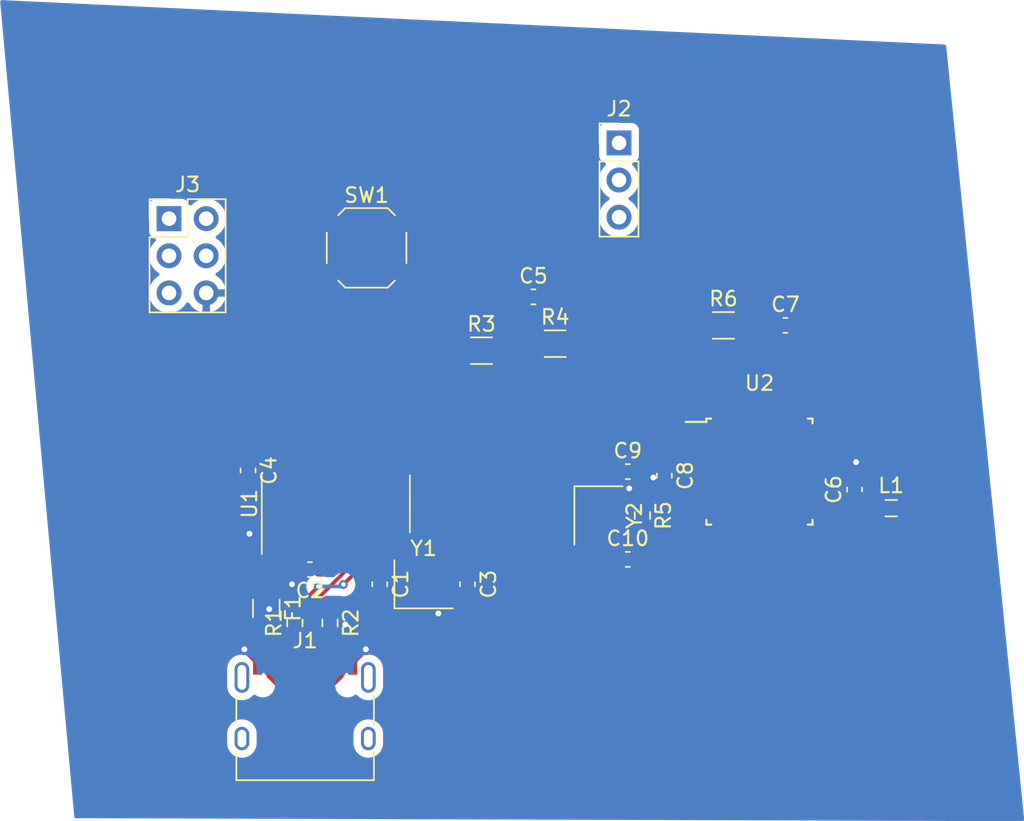
<source format=kicad_pcb>
(kicad_pcb (version 20171130) (host pcbnew "(5.1.8)-1")

  (general
    (thickness 1.6)
    (drawings 0)
    (tracks 130)
    (zones 0)
    (modules 26)
    (nets 49)
  )

  (page A4)
  (layers
    (0 F.Cu signal)
    (31 B.Cu signal)
    (32 B.Adhes user)
    (33 F.Adhes user)
    (34 B.Paste user)
    (35 F.Paste user)
    (36 B.SilkS user)
    (37 F.SilkS user)
    (38 B.Mask user)
    (39 F.Mask user)
    (40 Dwgs.User user)
    (41 Cmts.User user)
    (42 Eco1.User user)
    (43 Eco2.User user)
    (44 Edge.Cuts user)
    (45 Margin user)
    (46 B.CrtYd user)
    (47 F.CrtYd user)
    (48 B.Fab user)
    (49 F.Fab user)
  )

  (setup
    (last_trace_width 0.254)
    (trace_clearance 0.127)
    (zone_clearance 0.508)
    (zone_45_only no)
    (trace_min 0.2)
    (via_size 0.6)
    (via_drill 0.3)
    (via_min_size 0.4)
    (via_min_drill 0.3)
    (uvia_size 0.6)
    (uvia_drill 0.3)
    (uvias_allowed no)
    (uvia_min_size 0.2)
    (uvia_min_drill 0.1)
    (edge_width 0.05)
    (segment_width 0.2)
    (pcb_text_width 0.3)
    (pcb_text_size 1.5 1.5)
    (mod_edge_width 0.1524)
    (mod_text_size 1 1)
    (mod_text_width 0.15)
    (pad_size 1.524 1.524)
    (pad_drill 0.762)
    (pad_to_mask_clearance 0.05)
    (solder_mask_min_width 0.254)
    (aux_axis_origin 0 0)
    (visible_elements 7FFFFFFF)
    (pcbplotparams
      (layerselection 0x010fc_ffffffff)
      (usegerberextensions false)
      (usegerberattributes true)
      (usegerberadvancedattributes true)
      (creategerberjobfile true)
      (excludeedgelayer true)
      (linewidth 0.100000)
      (plotframeref false)
      (viasonmask false)
      (mode 1)
      (useauxorigin false)
      (hpglpennumber 1)
      (hpglpenspeed 20)
      (hpglpendiameter 15.000000)
      (psnegative false)
      (psa4output false)
      (plotreference true)
      (plotvalue true)
      (plotinvisibletext false)
      (padsonsilk false)
      (subtractmaskfromsilk false)
      (outputformat 1)
      (mirror false)
      (drillshape 1)
      (scaleselection 1)
      (outputdirectory ""))
  )

  (net 0 "")
  (net 1 GND)
  (net 2 "Net-(C1-Pad1)")
  (net 3 "Net-(C2-Pad1)")
  (net 4 "Net-(C3-Pad1)")
  (net 5 +5V)
  (net 6 "Net-(C5-Pad1)")
  (net 7 "Net-(C6-Pad1)")
  (net 8 ~DTR)
  (net 9 RESET)
  (net 10 "Net-(C9-Pad2)")
  (net 11 "Net-(C10-Pad2)")
  (net 12 "Net-(F1-Pad2)")
  (net 13 "Net-(J1-PadB8)")
  (net 14 "Net-(J1-PadA5)")
  (net 15 "Net-(J1-PadA8)")
  (net 16 "Net-(J1-PadB5)")
  (net 17 "Net-(J1-PadS1)")
  (net 18 A3)
  (net 19 A1)
  (net 20 A0)
  (net 21 MOSI)
  (net 22 SCK)
  (net 23 MISO)
  (net 24 "Net-(U1-Pad15)")
  (net 25 "Net-(U1-Pad14)")
  (net 26 "Net-(U1-Pad12)")
  (net 27 "Net-(U1-Pad11)")
  (net 28 "Net-(U1-Pad10)")
  (net 29 "Net-(U1-Pad9)")
  (net 30 RX)
  (net 31 TX)
  (net 32 "Net-(U2-Pad32)")
  (net 33 "Net-(U2-Pad28)")
  (net 34 "Net-(U2-Pad27)")
  (net 35 "Net-(U2-Pad26)")
  (net 36 A2)
  (net 37 "Net-(U2-Pad22)")
  (net 38 "Net-(U2-Pad19)")
  (net 39 "Net-(U2-Pad14)")
  (net 40 "Net-(U2-Pad13)")
  (net 41 "Net-(U2-Pad12)")
  (net 42 "Net-(U2-Pad11)")
  (net 43 "Net-(U2-Pad10)")
  (net 44 "Net-(U2-Pad9)")
  (net 45 "Net-(U2-Pad2)")
  (net 46 "Net-(U2-Pad1)")
  (net 47 "Net-(J1-PadA7)")
  (net 48 "Net-(J1-PadA6)")

  (net_class Default "This is the default net class."
    (clearance 0.127)
    (trace_width 0.254)
    (via_dia 0.6)
    (via_drill 0.3)
    (uvia_dia 0.6)
    (uvia_drill 0.3)
    (diff_pair_width 0.254)
    (diff_pair_gap 0.6)
    (add_net A0)
    (add_net A1)
    (add_net A2)
    (add_net A3)
    (add_net MISO)
    (add_net MOSI)
    (add_net "Net-(C1-Pad1)")
    (add_net "Net-(C10-Pad2)")
    (add_net "Net-(C2-Pad1)")
    (add_net "Net-(C3-Pad1)")
    (add_net "Net-(C5-Pad1)")
    (add_net "Net-(C6-Pad1)")
    (add_net "Net-(C9-Pad2)")
    (add_net "Net-(J1-PadA5)")
    (add_net "Net-(J1-PadA6)")
    (add_net "Net-(J1-PadA7)")
    (add_net "Net-(J1-PadA8)")
    (add_net "Net-(J1-PadB5)")
    (add_net "Net-(J1-PadB8)")
    (add_net "Net-(J1-PadS1)")
    (add_net "Net-(U1-Pad10)")
    (add_net "Net-(U1-Pad11)")
    (add_net "Net-(U1-Pad12)")
    (add_net "Net-(U1-Pad14)")
    (add_net "Net-(U1-Pad15)")
    (add_net "Net-(U1-Pad9)")
    (add_net "Net-(U2-Pad1)")
    (add_net "Net-(U2-Pad10)")
    (add_net "Net-(U2-Pad11)")
    (add_net "Net-(U2-Pad12)")
    (add_net "Net-(U2-Pad13)")
    (add_net "Net-(U2-Pad14)")
    (add_net "Net-(U2-Pad19)")
    (add_net "Net-(U2-Pad2)")
    (add_net "Net-(U2-Pad22)")
    (add_net "Net-(U2-Pad26)")
    (add_net "Net-(U2-Pad27)")
    (add_net "Net-(U2-Pad28)")
    (add_net "Net-(U2-Pad32)")
    (add_net "Net-(U2-Pad9)")
    (add_net RESET)
    (add_net RX)
    (add_net SCK)
    (add_net TX)
    (add_net ~DTR)
  )

  (net_class Power ""
    (clearance 0.127)
    (trace_width 0.381)
    (via_dia 0.8)
    (via_drill 0.4)
    (uvia_dia 0.8)
    (uvia_drill 0.4)
    (diff_pair_width 0.254)
    (diff_pair_gap 0.6)
    (add_net +5V)
    (add_net GND)
    (add_net "Net-(F1-Pad2)")
  )

  (module Connector_USB:USB_C_Receptacle_HRO_TYPE-C-31-M-12 (layer F.Cu) (tedit 5D3C0721) (tstamp 604853B3)
    (at 141 126.5)
    (descr "USB Type-C receptacle for USB 2.0 and PD, http://www.krhro.com/uploads/soft/180320/1-1P320120243.pdf")
    (tags "usb usb-c 2.0 pd")
    (path /604FD0DD)
    (attr smd)
    (fp_text reference J1 (at 0 -5.645) (layer F.SilkS)
      (effects (font (size 1 1) (thickness 0.15)))
    )
    (fp_text value HRO-TYPE-C-31-M-12 (at 0 5.1) (layer F.Fab)
      (effects (font (size 1 1) (thickness 0.15)))
    )
    (fp_line (start -4.7 3.9) (end 4.7 3.9) (layer F.SilkS) (width 0.12))
    (fp_line (start -4.47 -3.65) (end 4.47 -3.65) (layer F.Fab) (width 0.1))
    (fp_line (start -4.47 -3.65) (end -4.47 3.65) (layer F.Fab) (width 0.1))
    (fp_line (start -4.47 3.65) (end 4.47 3.65) (layer F.Fab) (width 0.1))
    (fp_line (start 4.47 -3.65) (end 4.47 3.65) (layer F.Fab) (width 0.1))
    (fp_line (start -5.32 -5.27) (end 5.32 -5.27) (layer F.CrtYd) (width 0.05))
    (fp_line (start -5.32 4.15) (end 5.32 4.15) (layer F.CrtYd) (width 0.05))
    (fp_line (start -5.32 -5.27) (end -5.32 4.15) (layer F.CrtYd) (width 0.05))
    (fp_line (start 5.32 -5.27) (end 5.32 4.15) (layer F.CrtYd) (width 0.05))
    (fp_line (start 4.7 -1.9) (end 4.7 0.1) (layer F.SilkS) (width 0.12))
    (fp_line (start 4.7 2) (end 4.7 3.9) (layer F.SilkS) (width 0.12))
    (fp_line (start -4.7 -1.9) (end -4.7 0.1) (layer F.SilkS) (width 0.12))
    (fp_line (start -4.7 2) (end -4.7 3.9) (layer F.SilkS) (width 0.12))
    (fp_text user %R (at 0 0) (layer F.Fab)
      (effects (font (size 1 1) (thickness 0.15)))
    )
    (pad B1 smd rect (at 3.25 -4.045) (size 0.6 1.45) (layers F.Cu F.Paste F.Mask)
      (net 1 GND))
    (pad A9 smd rect (at 2.45 -4.045) (size 0.6 1.45) (layers F.Cu F.Paste F.Mask)
      (net 12 "Net-(F1-Pad2)"))
    (pad B9 smd rect (at -2.45 -4.045) (size 0.6 1.45) (layers F.Cu F.Paste F.Mask)
      (net 12 "Net-(F1-Pad2)"))
    (pad B12 smd rect (at -3.25 -4.045) (size 0.6 1.45) (layers F.Cu F.Paste F.Mask)
      (net 1 GND))
    (pad A1 smd rect (at -3.25 -4.045) (size 0.6 1.45) (layers F.Cu F.Paste F.Mask))
    (pad A4 smd rect (at -2.45 -4.045) (size 0.6 1.45) (layers F.Cu F.Paste F.Mask)
      (net 12 "Net-(F1-Pad2)"))
    (pad B4 smd rect (at 2.45 -4.045) (size 0.6 1.45) (layers F.Cu F.Paste F.Mask)
      (net 12 "Net-(F1-Pad2)"))
    (pad A12 smd rect (at 3.25 -4.045) (size 0.6 1.45) (layers F.Cu F.Paste F.Mask))
    (pad B8 smd rect (at -1.75 -4.045) (size 0.3 1.45) (layers F.Cu F.Paste F.Mask)
      (net 13 "Net-(J1-PadB8)"))
    (pad A5 smd rect (at -1.25 -4.045) (size 0.3 1.45) (layers F.Cu F.Paste F.Mask)
      (net 14 "Net-(J1-PadA5)"))
    (pad B7 smd rect (at -0.75 -4.045) (size 0.3 1.45) (layers F.Cu F.Paste F.Mask)
      (net 47 "Net-(J1-PadA7)"))
    (pad A7 smd rect (at 0.25 -4.045) (size 0.3 1.45) (layers F.Cu F.Paste F.Mask)
      (net 47 "Net-(J1-PadA7)"))
    (pad B6 smd rect (at 0.75 -4.045) (size 0.3 1.45) (layers F.Cu F.Paste F.Mask)
      (net 48 "Net-(J1-PadA6)"))
    (pad A8 smd rect (at 1.25 -4.045) (size 0.3 1.45) (layers F.Cu F.Paste F.Mask)
      (net 15 "Net-(J1-PadA8)"))
    (pad B5 smd rect (at 1.75 -4.045) (size 0.3 1.45) (layers F.Cu F.Paste F.Mask)
      (net 16 "Net-(J1-PadB5)"))
    (pad A6 smd rect (at -0.25 -4.045) (size 0.3 1.45) (layers F.Cu F.Paste F.Mask)
      (net 48 "Net-(J1-PadA6)"))
    (pad S1 thru_hole oval (at 4.32 -3.13) (size 1 2.1) (drill oval 0.6 1.7) (layers *.Cu *.Mask)
      (net 17 "Net-(J1-PadS1)"))
    (pad S1 thru_hole oval (at -4.32 -3.13) (size 1 2.1) (drill oval 0.6 1.7) (layers *.Cu *.Mask)
      (net 17 "Net-(J1-PadS1)"))
    (pad "" np_thru_hole circle (at -2.89 -2.6) (size 0.65 0.65) (drill 0.65) (layers *.Cu *.Mask))
    (pad S1 thru_hole oval (at -4.32 1.05) (size 1 1.6) (drill oval 0.6 1.2) (layers *.Cu *.Mask)
      (net 17 "Net-(J1-PadS1)"))
    (pad "" np_thru_hole circle (at 2.89 -2.6) (size 0.65 0.65) (drill 0.65) (layers *.Cu *.Mask))
    (pad S1 thru_hole oval (at 4.32 1.05) (size 1 1.6) (drill oval 0.6 1.2) (layers *.Cu *.Mask)
      (net 17 "Net-(J1-PadS1)"))
    (model ${KISYS3DMOD}/Connector_USB.3dshapes/USB_C_Receptacle_HRO_TYPE-C-31-M-12.wrl
      (at (xyz 0 0 0))
      (scale (xyz 1 1 1))
      (rotate (xyz 0 0 0))
    )
  )

  (module Crystal:Crystal_SMD_3225-4Pin_3.2x2.5mm (layer F.Cu) (tedit 5A0FD1B2) (tstamp 6048642A)
    (at 161.05 112.3 270)
    (descr "SMD Crystal SERIES SMD3225/4 http://www.txccrystal.com/images/pdf/7m-accuracy.pdf, 3.2x2.5mm^2 package")
    (tags "SMD SMT crystal")
    (path /60372462)
    (attr smd)
    (fp_text reference Y2 (at 0 -2.45 90) (layer F.SilkS)
      (effects (font (size 1 1) (thickness 0.15)))
    )
    (fp_text value 16MHz (at 0 2.45 90) (layer F.Fab)
      (effects (font (size 1 1) (thickness 0.15)))
    )
    (fp_line (start 2.1 -1.7) (end -2.1 -1.7) (layer F.CrtYd) (width 0.05))
    (fp_line (start 2.1 1.7) (end 2.1 -1.7) (layer F.CrtYd) (width 0.05))
    (fp_line (start -2.1 1.7) (end 2.1 1.7) (layer F.CrtYd) (width 0.05))
    (fp_line (start -2.1 -1.7) (end -2.1 1.7) (layer F.CrtYd) (width 0.05))
    (fp_line (start -2 1.65) (end 2 1.65) (layer F.SilkS) (width 0.12))
    (fp_line (start -2 -1.65) (end -2 1.65) (layer F.SilkS) (width 0.12))
    (fp_line (start -1.6 0.25) (end -0.6 1.25) (layer F.Fab) (width 0.1))
    (fp_line (start 1.6 -1.25) (end -1.6 -1.25) (layer F.Fab) (width 0.1))
    (fp_line (start 1.6 1.25) (end 1.6 -1.25) (layer F.Fab) (width 0.1))
    (fp_line (start -1.6 1.25) (end 1.6 1.25) (layer F.Fab) (width 0.1))
    (fp_line (start -1.6 -1.25) (end -1.6 1.25) (layer F.Fab) (width 0.1))
    (fp_text user %R (at 0 0 90) (layer F.Fab)
      (effects (font (size 0.7 0.7) (thickness 0.105)))
    )
    (pad 4 smd rect (at -1.1 -0.85 270) (size 1.4 1.2) (layers F.Cu F.Paste F.Mask)
      (net 1 GND))
    (pad 3 smd rect (at 1.1 -0.85 270) (size 1.4 1.2) (layers F.Cu F.Paste F.Mask)
      (net 11 "Net-(C10-Pad2)"))
    (pad 2 smd rect (at 1.1 0.85 270) (size 1.4 1.2) (layers F.Cu F.Paste F.Mask)
      (net 1 GND))
    (pad 1 smd rect (at -1.1 0.85 270) (size 1.4 1.2) (layers F.Cu F.Paste F.Mask)
      (net 10 "Net-(C9-Pad2)"))
    (model ${KISYS3DMOD}/Crystal.3dshapes/Crystal_SMD_3225-4Pin_3.2x2.5mm.wrl
      (at (xyz 0 0 0))
      (scale (xyz 1 1 1))
      (rotate (xyz 0 0 0))
    )
  )

  (module Crystal:Crystal_SMD_3225-4Pin_3.2x2.5mm (layer F.Cu) (tedit 5A0FD1B2) (tstamp 604861F8)
    (at 149.1 117)
    (descr "SMD Crystal SERIES SMD3225/4 http://www.txccrystal.com/images/pdf/7m-accuracy.pdf, 3.2x2.5mm^2 package")
    (tags "SMD SMT crystal")
    (path /60A65F6E)
    (attr smd)
    (fp_text reference Y1 (at 0 -2.45) (layer F.SilkS)
      (effects (font (size 1 1) (thickness 0.15)))
    )
    (fp_text value 12MHz (at 0 2.45) (layer F.Fab)
      (effects (font (size 1 1) (thickness 0.15)))
    )
    (fp_line (start 2.1 -1.7) (end -2.1 -1.7) (layer F.CrtYd) (width 0.05))
    (fp_line (start 2.1 1.7) (end 2.1 -1.7) (layer F.CrtYd) (width 0.05))
    (fp_line (start -2.1 1.7) (end 2.1 1.7) (layer F.CrtYd) (width 0.05))
    (fp_line (start -2.1 -1.7) (end -2.1 1.7) (layer F.CrtYd) (width 0.05))
    (fp_line (start -2 1.65) (end 2 1.65) (layer F.SilkS) (width 0.12))
    (fp_line (start -2 -1.65) (end -2 1.65) (layer F.SilkS) (width 0.12))
    (fp_line (start -1.6 0.25) (end -0.6 1.25) (layer F.Fab) (width 0.1))
    (fp_line (start 1.6 -1.25) (end -1.6 -1.25) (layer F.Fab) (width 0.1))
    (fp_line (start 1.6 1.25) (end 1.6 -1.25) (layer F.Fab) (width 0.1))
    (fp_line (start -1.6 1.25) (end 1.6 1.25) (layer F.Fab) (width 0.1))
    (fp_line (start -1.6 -1.25) (end -1.6 1.25) (layer F.Fab) (width 0.1))
    (fp_text user %R (at 0 0) (layer F.Fab)
      (effects (font (size 0.7 0.7) (thickness 0.105)))
    )
    (pad 4 smd rect (at -1.1 -0.85) (size 1.4 1.2) (layers F.Cu F.Paste F.Mask)
      (net 1 GND))
    (pad 3 smd rect (at 1.1 -0.85) (size 1.4 1.2) (layers F.Cu F.Paste F.Mask)
      (net 4 "Net-(C3-Pad1)"))
    (pad 2 smd rect (at 1.1 0.85) (size 1.4 1.2) (layers F.Cu F.Paste F.Mask)
      (net 1 GND))
    (pad 1 smd rect (at -1.1 0.85) (size 1.4 1.2) (layers F.Cu F.Paste F.Mask)
      (net 2 "Net-(C1-Pad1)"))
    (model ${KISYS3DMOD}/Crystal.3dshapes/Crystal_SMD_3225-4Pin_3.2x2.5mm.wrl
      (at (xyz 0 0 0))
      (scale (xyz 1 1 1))
      (rotate (xyz 0 0 0))
    )
  )

  (module Package_QFP:TQFP-32_7x7mm_P0.8mm (layer F.Cu) (tedit 5A02F146) (tstamp 604850EB)
    (at 172.05 109.3)
    (descr "32-Lead Plastic Thin Quad Flatpack (PT) - 7x7x1.0 mm Body, 2.00 mm [TQFP] (see Microchip Packaging Specification 00000049BS.pdf)")
    (tags "QFP 0.8")
    (path /60344C1A)
    (attr smd)
    (fp_text reference U2 (at 0 -6.05) (layer F.SilkS)
      (effects (font (size 1 1) (thickness 0.15)))
    )
    (fp_text value ATmega328P-AU (at 0 6.05) (layer F.Fab)
      (effects (font (size 1 1) (thickness 0.15)))
    )
    (fp_line (start -3.625 -3.4) (end -5.05 -3.4) (layer F.SilkS) (width 0.15))
    (fp_line (start 3.625 -3.625) (end 3.3 -3.625) (layer F.SilkS) (width 0.15))
    (fp_line (start 3.625 3.625) (end 3.3 3.625) (layer F.SilkS) (width 0.15))
    (fp_line (start -3.625 3.625) (end -3.3 3.625) (layer F.SilkS) (width 0.15))
    (fp_line (start -3.625 -3.625) (end -3.3 -3.625) (layer F.SilkS) (width 0.15))
    (fp_line (start -3.625 3.625) (end -3.625 3.3) (layer F.SilkS) (width 0.15))
    (fp_line (start 3.625 3.625) (end 3.625 3.3) (layer F.SilkS) (width 0.15))
    (fp_line (start 3.625 -3.625) (end 3.625 -3.3) (layer F.SilkS) (width 0.15))
    (fp_line (start -3.625 -3.625) (end -3.625 -3.4) (layer F.SilkS) (width 0.15))
    (fp_line (start -5.3 5.3) (end 5.3 5.3) (layer F.CrtYd) (width 0.05))
    (fp_line (start -5.3 -5.3) (end 5.3 -5.3) (layer F.CrtYd) (width 0.05))
    (fp_line (start 5.3 -5.3) (end 5.3 5.3) (layer F.CrtYd) (width 0.05))
    (fp_line (start -5.3 -5.3) (end -5.3 5.3) (layer F.CrtYd) (width 0.05))
    (fp_line (start -3.5 -2.5) (end -2.5 -3.5) (layer F.Fab) (width 0.15))
    (fp_line (start -3.5 3.5) (end -3.5 -2.5) (layer F.Fab) (width 0.15))
    (fp_line (start 3.5 3.5) (end -3.5 3.5) (layer F.Fab) (width 0.15))
    (fp_line (start 3.5 -3.5) (end 3.5 3.5) (layer F.Fab) (width 0.15))
    (fp_line (start -2.5 -3.5) (end 3.5 -3.5) (layer F.Fab) (width 0.15))
    (fp_text user %R (at 0 0) (layer F.Fab)
      (effects (font (size 1 1) (thickness 0.15)))
    )
    (pad 32 smd rect (at -2.8 -4.25 90) (size 1.6 0.55) (layers F.Cu F.Paste F.Mask)
      (net 32 "Net-(U2-Pad32)"))
    (pad 31 smd rect (at -2 -4.25 90) (size 1.6 0.55) (layers F.Cu F.Paste F.Mask)
      (net 31 TX))
    (pad 30 smd rect (at -1.2 -4.25 90) (size 1.6 0.55) (layers F.Cu F.Paste F.Mask)
      (net 30 RX))
    (pad 29 smd rect (at -0.4 -4.25 90) (size 1.6 0.55) (layers F.Cu F.Paste F.Mask)
      (net 9 RESET))
    (pad 28 smd rect (at 0.4 -4.25 90) (size 1.6 0.55) (layers F.Cu F.Paste F.Mask)
      (net 33 "Net-(U2-Pad28)"))
    (pad 27 smd rect (at 1.2 -4.25 90) (size 1.6 0.55) (layers F.Cu F.Paste F.Mask)
      (net 34 "Net-(U2-Pad27)"))
    (pad 26 smd rect (at 2 -4.25 90) (size 1.6 0.55) (layers F.Cu F.Paste F.Mask)
      (net 35 "Net-(U2-Pad26)"))
    (pad 25 smd rect (at 2.8 -4.25 90) (size 1.6 0.55) (layers F.Cu F.Paste F.Mask)
      (net 36 A2))
    (pad 24 smd rect (at 4.25 -2.8) (size 1.6 0.55) (layers F.Cu F.Paste F.Mask)
      (net 19 A1))
    (pad 23 smd rect (at 4.25 -2) (size 1.6 0.55) (layers F.Cu F.Paste F.Mask)
      (net 20 A0))
    (pad 22 smd rect (at 4.25 -1.2) (size 1.6 0.55) (layers F.Cu F.Paste F.Mask)
      (net 37 "Net-(U2-Pad22)"))
    (pad 21 smd rect (at 4.25 -0.4) (size 1.6 0.55) (layers F.Cu F.Paste F.Mask)
      (net 1 GND))
    (pad 20 smd rect (at 4.25 0.4) (size 1.6 0.55) (layers F.Cu F.Paste F.Mask)
      (net 6 "Net-(C5-Pad1)"))
    (pad 19 smd rect (at 4.25 1.2) (size 1.6 0.55) (layers F.Cu F.Paste F.Mask)
      (net 38 "Net-(U2-Pad19)"))
    (pad 18 smd rect (at 4.25 2) (size 1.6 0.55) (layers F.Cu F.Paste F.Mask)
      (net 7 "Net-(C6-Pad1)"))
    (pad 17 smd rect (at 4.25 2.8) (size 1.6 0.55) (layers F.Cu F.Paste F.Mask)
      (net 22 SCK))
    (pad 16 smd rect (at 2.8 4.25 90) (size 1.6 0.55) (layers F.Cu F.Paste F.Mask)
      (net 23 MISO))
    (pad 15 smd rect (at 2 4.25 90) (size 1.6 0.55) (layers F.Cu F.Paste F.Mask)
      (net 21 MOSI))
    (pad 14 smd rect (at 1.2 4.25 90) (size 1.6 0.55) (layers F.Cu F.Paste F.Mask)
      (net 39 "Net-(U2-Pad14)"))
    (pad 13 smd rect (at 0.4 4.25 90) (size 1.6 0.55) (layers F.Cu F.Paste F.Mask)
      (net 40 "Net-(U2-Pad13)"))
    (pad 12 smd rect (at -0.4 4.25 90) (size 1.6 0.55) (layers F.Cu F.Paste F.Mask)
      (net 41 "Net-(U2-Pad12)"))
    (pad 11 smd rect (at -1.2 4.25 90) (size 1.6 0.55) (layers F.Cu F.Paste F.Mask)
      (net 42 "Net-(U2-Pad11)"))
    (pad 10 smd rect (at -2 4.25 90) (size 1.6 0.55) (layers F.Cu F.Paste F.Mask)
      (net 43 "Net-(U2-Pad10)"))
    (pad 9 smd rect (at -2.8 4.25 90) (size 1.6 0.55) (layers F.Cu F.Paste F.Mask)
      (net 44 "Net-(U2-Pad9)"))
    (pad 8 smd rect (at -4.25 2.8) (size 1.6 0.55) (layers F.Cu F.Paste F.Mask)
      (net 11 "Net-(C10-Pad2)"))
    (pad 7 smd rect (at -4.25 2) (size 1.6 0.55) (layers F.Cu F.Paste F.Mask)
      (net 10 "Net-(C9-Pad2)"))
    (pad 6 smd rect (at -4.25 1.2) (size 1.6 0.55) (layers F.Cu F.Paste F.Mask)
      (net 5 +5V))
    (pad 5 smd rect (at -4.25 0.4) (size 1.6 0.55) (layers F.Cu F.Paste F.Mask)
      (net 1 GND))
    (pad 4 smd rect (at -4.25 -0.4) (size 1.6 0.55) (layers F.Cu F.Paste F.Mask)
      (net 5 +5V))
    (pad 3 smd rect (at -4.25 -1.2) (size 1.6 0.55) (layers F.Cu F.Paste F.Mask)
      (net 1 GND))
    (pad 2 smd rect (at -4.25 -2) (size 1.6 0.55) (layers F.Cu F.Paste F.Mask)
      (net 45 "Net-(U2-Pad2)"))
    (pad 1 smd rect (at -4.25 -2.8) (size 1.6 0.55) (layers F.Cu F.Paste F.Mask)
      (net 46 "Net-(U2-Pad1)"))
    (model ${KISYS3DMOD}/Package_QFP.3dshapes/TQFP-32_7x7mm_P0.8mm.wrl
      (at (xyz 0 0 0))
      (scale (xyz 1 1 1))
      (rotate (xyz 0 0 0))
    )
  )

  (module Package_SO:SOIC-16_3.9x9.9mm_P1.27mm (layer F.Cu) (tedit 5D9F72B1) (tstamp 60487A1C)
    (at 143.1 111.5 90)
    (descr "SOIC, 16 Pin (JEDEC MS-012AC, https://www.analog.com/media/en/package-pcb-resources/package/pkg_pdf/soic_narrow-r/r_16.pdf), generated with kicad-footprint-generator ipc_gullwing_generator.py")
    (tags "SOIC SO")
    (path /6043EAC9)
    (attr smd)
    (fp_text reference U1 (at 0 -5.9 90) (layer F.SilkS)
      (effects (font (size 1 1) (thickness 0.15)))
    )
    (fp_text value CH340G (at 0 5.9 90) (layer F.Fab)
      (effects (font (size 1 1) (thickness 0.15)))
    )
    (fp_line (start 3.7 -5.2) (end -3.7 -5.2) (layer F.CrtYd) (width 0.05))
    (fp_line (start 3.7 5.2) (end 3.7 -5.2) (layer F.CrtYd) (width 0.05))
    (fp_line (start -3.7 5.2) (end 3.7 5.2) (layer F.CrtYd) (width 0.05))
    (fp_line (start -3.7 -5.2) (end -3.7 5.2) (layer F.CrtYd) (width 0.05))
    (fp_line (start -1.95 -3.975) (end -0.975 -4.95) (layer F.Fab) (width 0.1))
    (fp_line (start -1.95 4.95) (end -1.95 -3.975) (layer F.Fab) (width 0.1))
    (fp_line (start 1.95 4.95) (end -1.95 4.95) (layer F.Fab) (width 0.1))
    (fp_line (start 1.95 -4.95) (end 1.95 4.95) (layer F.Fab) (width 0.1))
    (fp_line (start -0.975 -4.95) (end 1.95 -4.95) (layer F.Fab) (width 0.1))
    (fp_line (start 0 -5.06) (end -3.45 -5.06) (layer F.SilkS) (width 0.12))
    (fp_line (start 0 -5.06) (end 1.95 -5.06) (layer F.SilkS) (width 0.12))
    (fp_line (start 0 5.06) (end -1.95 5.06) (layer F.SilkS) (width 0.12))
    (fp_line (start 0 5.06) (end 1.95 5.06) (layer F.SilkS) (width 0.12))
    (fp_text user %R (at 0 0 90) (layer F.Fab)
      (effects (font (size 0.98 0.98) (thickness 0.15)))
    )
    (pad 16 smd roundrect (at 2.475 -4.445 90) (size 1.95 0.6) (layers F.Cu F.Paste F.Mask) (roundrect_rratio 0.25)
      (net 5 +5V))
    (pad 15 smd roundrect (at 2.475 -3.175 90) (size 1.95 0.6) (layers F.Cu F.Paste F.Mask) (roundrect_rratio 0.25)
      (net 24 "Net-(U1-Pad15)"))
    (pad 14 smd roundrect (at 2.475 -1.905 90) (size 1.95 0.6) (layers F.Cu F.Paste F.Mask) (roundrect_rratio 0.25)
      (net 25 "Net-(U1-Pad14)"))
    (pad 13 smd roundrect (at 2.475 -0.635 90) (size 1.95 0.6) (layers F.Cu F.Paste F.Mask) (roundrect_rratio 0.25)
      (net 8 ~DTR))
    (pad 12 smd roundrect (at 2.475 0.635 90) (size 1.95 0.6) (layers F.Cu F.Paste F.Mask) (roundrect_rratio 0.25)
      (net 26 "Net-(U1-Pad12)"))
    (pad 11 smd roundrect (at 2.475 1.905 90) (size 1.95 0.6) (layers F.Cu F.Paste F.Mask) (roundrect_rratio 0.25)
      (net 27 "Net-(U1-Pad11)"))
    (pad 10 smd roundrect (at 2.475 3.175 90) (size 1.95 0.6) (layers F.Cu F.Paste F.Mask) (roundrect_rratio 0.25)
      (net 28 "Net-(U1-Pad10)"))
    (pad 9 smd roundrect (at 2.475 4.445 90) (size 1.95 0.6) (layers F.Cu F.Paste F.Mask) (roundrect_rratio 0.25)
      (net 29 "Net-(U1-Pad9)"))
    (pad 8 smd roundrect (at -2.475 4.445 90) (size 1.95 0.6) (layers F.Cu F.Paste F.Mask) (roundrect_rratio 0.25)
      (net 4 "Net-(C3-Pad1)"))
    (pad 7 smd roundrect (at -2.475 3.175 90) (size 1.95 0.6) (layers F.Cu F.Paste F.Mask) (roundrect_rratio 0.25)
      (net 2 "Net-(C1-Pad1)"))
    (pad 6 smd roundrect (at -2.475 1.905 90) (size 1.95 0.6) (layers F.Cu F.Paste F.Mask) (roundrect_rratio 0.25)
      (net 47 "Net-(J1-PadA7)"))
    (pad 5 smd roundrect (at -2.475 0.635 90) (size 1.95 0.6) (layers F.Cu F.Paste F.Mask) (roundrect_rratio 0.25)
      (net 48 "Net-(J1-PadA6)"))
    (pad 4 smd roundrect (at -2.475 -0.635 90) (size 1.95 0.6) (layers F.Cu F.Paste F.Mask) (roundrect_rratio 0.25)
      (net 3 "Net-(C2-Pad1)"))
    (pad 3 smd roundrect (at -2.475 -1.905 90) (size 1.95 0.6) (layers F.Cu F.Paste F.Mask) (roundrect_rratio 0.25)
      (net 30 RX))
    (pad 2 smd roundrect (at -2.475 -3.175 90) (size 1.95 0.6) (layers F.Cu F.Paste F.Mask) (roundrect_rratio 0.25)
      (net 31 TX))
    (pad 1 smd roundrect (at -2.475 -4.445 90) (size 1.95 0.6) (layers F.Cu F.Paste F.Mask) (roundrect_rratio 0.25)
      (net 1 GND))
    (model ${KISYS3DMOD}/Package_SO.3dshapes/SOIC-16_3.9x9.9mm_P1.27mm.wrl
      (at (xyz 0 0 0))
      (scale (xyz 1 1 1))
      (rotate (xyz 0 0 0))
    )
  )

  (module Button_Switch_SMD:SW_SPST_SKQG_WithoutStem (layer F.Cu) (tedit 5ABAB684) (tstamp 604878BF)
    (at 145.2 94)
    (descr "ALPS 5.2mm Square Low-profile Type (Surface Mount) SKQG Series, Without stem, http://www.alps.com/prod/info/E/HTML/Tact/SurfaceMount/SKQG/SKQGAEE010.html")
    (tags "SPST Button Switch")
    (path /605744B8)
    (attr smd)
    (fp_text reference SW1 (at 0 -3.6) (layer F.SilkS)
      (effects (font (size 1 1) (thickness 0.15)))
    )
    (fp_text value SW_RESET (at 0 3.6) (layer F.Fab)
      (effects (font (size 1 1) (thickness 0.15)))
    )
    (fp_line (start -1 -1.3) (end -1 1.3) (layer Dwgs.User) (width 0.05))
    (fp_line (start -4 -0.3) (end -3 -1.3) (layer Dwgs.User) (width 0.05))
    (fp_line (start -2.6 1.3) (end -1 -0.3) (layer Dwgs.User) (width 0.05))
    (fp_line (start -1 -1.3) (end -3.6 1.3) (layer Dwgs.User) (width 0.05))
    (fp_line (start -4 -1.3) (end -1 -1.3) (layer Dwgs.User) (width 0.05))
    (fp_line (start -1 1.3) (end -4 1.3) (layer Dwgs.User) (width 0.05))
    (fp_line (start -4 0.7) (end -2 -1.3) (layer Dwgs.User) (width 0.05))
    (fp_line (start -4 1.3) (end -4 -1.3) (layer Dwgs.User) (width 0.05))
    (fp_line (start -1 0.7) (end -1.6 1.3) (layer Dwgs.User) (width 0.05))
    (fp_line (start 4 0.7) (end 3.4 1.3) (layer Dwgs.User) (width 0.05))
    (fp_line (start 2.4 1.3) (end 4 -0.3) (layer Dwgs.User) (width 0.05))
    (fp_line (start 4 -1.3) (end 1.4 1.3) (layer Dwgs.User) (width 0.05))
    (fp_line (start 1 0.7) (end 3 -1.3) (layer Dwgs.User) (width 0.05))
    (fp_line (start 1 -0.3) (end 2 -1.3) (layer Dwgs.User) (width 0.05))
    (fp_line (start 1 -1.3) (end 4 -1.3) (layer Dwgs.User) (width 0.05))
    (fp_line (start 1 1.3) (end 1 -1.3) (layer Dwgs.User) (width 0.05))
    (fp_line (start 4 1.3) (end 1 1.3) (layer Dwgs.User) (width 0.05))
    (fp_line (start 4 -1.3) (end 4 1.3) (layer Dwgs.User) (width 0.05))
    (fp_line (start 1.45 2.72) (end 1.94 2.23) (layer F.SilkS) (width 0.12))
    (fp_line (start -1.45 2.72) (end 1.45 2.72) (layer F.SilkS) (width 0.12))
    (fp_line (start -1.45 2.72) (end -1.94 2.23) (layer F.SilkS) (width 0.12))
    (fp_line (start -1.45 -2.72) (end 1.45 -2.72) (layer F.SilkS) (width 0.12))
    (fp_line (start -1.45 -2.72) (end -1.94 -2.23) (layer F.SilkS) (width 0.12))
    (fp_line (start 2.72 1.04) (end 2.72 -1.04) (layer F.SilkS) (width 0.12))
    (fp_circle (center 0 0) (end 1.5 0) (layer F.Fab) (width 0.1))
    (fp_line (start 1.45 -2.72) (end 1.94 -2.23) (layer F.SilkS) (width 0.12))
    (fp_line (start -2.72 1.04) (end -2.72 -1.04) (layer F.SilkS) (width 0.12))
    (fp_line (start -4.25 2.85) (end 4.25 2.85) (layer F.CrtYd) (width 0.05))
    (fp_line (start 4.25 2.85) (end 4.25 -2.85) (layer F.CrtYd) (width 0.05))
    (fp_line (start 4.25 -2.85) (end -4.25 -2.85) (layer F.CrtYd) (width 0.05))
    (fp_line (start -4.25 -2.85) (end -4.25 2.85) (layer F.CrtYd) (width 0.05))
    (fp_line (start -1.4 -2.6) (end 1.4 -2.6) (layer F.Fab) (width 0.1))
    (fp_line (start -2.6 -1.4) (end -1.4 -2.6) (layer F.Fab) (width 0.1))
    (fp_line (start -2.6 1.4) (end -2.6 -1.4) (layer F.Fab) (width 0.1))
    (fp_line (start -1.4 2.6) (end -2.6 1.4) (layer F.Fab) (width 0.1))
    (fp_line (start 1.4 2.6) (end -1.4 2.6) (layer F.Fab) (width 0.1))
    (fp_line (start 2.6 1.4) (end 1.4 2.6) (layer F.Fab) (width 0.1))
    (fp_line (start 2.6 -1.4) (end 2.6 1.4) (layer F.Fab) (width 0.1))
    (fp_line (start 1.4 -2.6) (end 2.6 -1.4) (layer F.Fab) (width 0.1))
    (fp_text user "No F.Cu tracks" (at -2.5 0.2) (layer Cmts.User)
      (effects (font (size 0.2 0.2) (thickness 0.03)))
    )
    (fp_text user "KEEP-OUT ZONE" (at -2.5 -0.2) (layer Cmts.User)
      (effects (font (size 0.2 0.2) (thickness 0.03)))
    )
    (fp_text user "KEEP-OUT ZONE" (at 2.5 -0.2) (layer Cmts.User)
      (effects (font (size 0.2 0.2) (thickness 0.03)))
    )
    (fp_text user "No F.Cu tracks" (at 2.5 0.2) (layer Cmts.User)
      (effects (font (size 0.2 0.2) (thickness 0.03)))
    )
    (fp_text user %R (at 0 0) (layer F.Fab)
      (effects (font (size 0.6 0.6) (thickness 0.09)))
    )
    (pad 2 smd rect (at 3.1 1.85) (size 1.8 1.1) (layers F.Cu F.Paste F.Mask)
      (net 1 GND))
    (pad 2 smd rect (at -3.1 1.85) (size 1.8 1.1) (layers F.Cu F.Paste F.Mask)
      (net 1 GND))
    (pad 1 smd rect (at 3.1 -1.85) (size 1.8 1.1) (layers F.Cu F.Paste F.Mask)
      (net 9 RESET))
    (pad 1 smd rect (at -3.1 -1.85) (size 1.8 1.1) (layers F.Cu F.Paste F.Mask)
      (net 9 RESET))
    (model ${KISYS3DMOD}/Button_Switch_SMD.3dshapes/SW_SPST_SKQG_WithoutStem.wrl
      (at (xyz 0 0 0))
      (scale (xyz 1 1 1))
      (rotate (xyz 0 0 0))
    )
  )

  (module Resistor_SMD:R_1206_3216Metric (layer F.Cu) (tedit 5F68FEEE) (tstamp 6048505E)
    (at 169.5875 99.3)
    (descr "Resistor SMD 1206 (3216 Metric), square (rectangular) end terminal, IPC_7351 nominal, (Body size source: IPC-SM-782 page 72, https://www.pcb-3d.com/wordpress/wp-content/uploads/ipc-sm-782a_amendment_1_and_2.pdf), generated with kicad-footprint-generator")
    (tags resistor)
    (path /60572FD6)
    (attr smd)
    (fp_text reference R6 (at 0 -1.82) (layer F.SilkS)
      (effects (font (size 1 1) (thickness 0.15)))
    )
    (fp_text value 10k (at 0 1.82) (layer F.Fab)
      (effects (font (size 1 1) (thickness 0.15)))
    )
    (fp_line (start 2.28 1.12) (end -2.28 1.12) (layer F.CrtYd) (width 0.05))
    (fp_line (start 2.28 -1.12) (end 2.28 1.12) (layer F.CrtYd) (width 0.05))
    (fp_line (start -2.28 -1.12) (end 2.28 -1.12) (layer F.CrtYd) (width 0.05))
    (fp_line (start -2.28 1.12) (end -2.28 -1.12) (layer F.CrtYd) (width 0.05))
    (fp_line (start -0.727064 0.91) (end 0.727064 0.91) (layer F.SilkS) (width 0.12))
    (fp_line (start -0.727064 -0.91) (end 0.727064 -0.91) (layer F.SilkS) (width 0.12))
    (fp_line (start 1.6 0.8) (end -1.6 0.8) (layer F.Fab) (width 0.1))
    (fp_line (start 1.6 -0.8) (end 1.6 0.8) (layer F.Fab) (width 0.1))
    (fp_line (start -1.6 -0.8) (end 1.6 -0.8) (layer F.Fab) (width 0.1))
    (fp_line (start -1.6 0.8) (end -1.6 -0.8) (layer F.Fab) (width 0.1))
    (fp_text user %R (at 0 0) (layer F.Fab)
      (effects (font (size 0.8 0.8) (thickness 0.12)))
    )
    (pad 2 smd roundrect (at 1.4625 0) (size 1.125 1.75) (layers F.Cu F.Paste F.Mask) (roundrect_rratio 0.222222)
      (net 9 RESET))
    (pad 1 smd roundrect (at -1.4625 0) (size 1.125 1.75) (layers F.Cu F.Paste F.Mask) (roundrect_rratio 0.222222)
      (net 5 +5V))
    (model ${KISYS3DMOD}/Resistor_SMD.3dshapes/R_1206_3216Metric.wrl
      (at (xyz 0 0 0))
      (scale (xyz 1 1 1))
      (rotate (xyz 0 0 0))
    )
  )

  (module Resistor_SMD:R_0603_1608Metric (layer F.Cu) (tedit 5F68FEEE) (tstamp 60486A67)
    (at 164.05 112.3 270)
    (descr "Resistor SMD 0603 (1608 Metric), square (rectangular) end terminal, IPC_7351 nominal, (Body size source: IPC-SM-782 page 72, https://www.pcb-3d.com/wordpress/wp-content/uploads/ipc-sm-782a_amendment_1_and_2.pdf), generated with kicad-footprint-generator")
    (tags resistor)
    (path /60345B2C)
    (attr smd)
    (fp_text reference R5 (at 0 -1.43 90) (layer F.SilkS)
      (effects (font (size 1 1) (thickness 0.15)))
    )
    (fp_text value 1M (at 0 1.43 90) (layer F.Fab)
      (effects (font (size 1 1) (thickness 0.15)))
    )
    (fp_line (start 1.48 0.73) (end -1.48 0.73) (layer F.CrtYd) (width 0.05))
    (fp_line (start 1.48 -0.73) (end 1.48 0.73) (layer F.CrtYd) (width 0.05))
    (fp_line (start -1.48 -0.73) (end 1.48 -0.73) (layer F.CrtYd) (width 0.05))
    (fp_line (start -1.48 0.73) (end -1.48 -0.73) (layer F.CrtYd) (width 0.05))
    (fp_line (start -0.237258 0.5225) (end 0.237258 0.5225) (layer F.SilkS) (width 0.12))
    (fp_line (start -0.237258 -0.5225) (end 0.237258 -0.5225) (layer F.SilkS) (width 0.12))
    (fp_line (start 0.8 0.4125) (end -0.8 0.4125) (layer F.Fab) (width 0.1))
    (fp_line (start 0.8 -0.4125) (end 0.8 0.4125) (layer F.Fab) (width 0.1))
    (fp_line (start -0.8 -0.4125) (end 0.8 -0.4125) (layer F.Fab) (width 0.1))
    (fp_line (start -0.8 0.4125) (end -0.8 -0.4125) (layer F.Fab) (width 0.1))
    (fp_text user %R (at 0 0 90) (layer F.Fab)
      (effects (font (size 0.4 0.4) (thickness 0.06)))
    )
    (pad 2 smd roundrect (at 0.825 0 270) (size 0.8 0.95) (layers F.Cu F.Paste F.Mask) (roundrect_rratio 0.25)
      (net 11 "Net-(C10-Pad2)"))
    (pad 1 smd roundrect (at -0.825 0 270) (size 0.8 0.95) (layers F.Cu F.Paste F.Mask) (roundrect_rratio 0.25)
      (net 10 "Net-(C9-Pad2)"))
    (model ${KISYS3DMOD}/Resistor_SMD.3dshapes/R_0603_1608Metric.wrl
      (at (xyz 0 0 0))
      (scale (xyz 1 1 1))
      (rotate (xyz 0 0 0))
    )
  )

  (module Resistor_SMD:R_1206_3216Metric (layer F.Cu) (tedit 5F68FEEE) (tstamp 60488E2B)
    (at 158.0875 100.55)
    (descr "Resistor SMD 1206 (3216 Metric), square (rectangular) end terminal, IPC_7351 nominal, (Body size source: IPC-SM-782 page 72, https://www.pcb-3d.com/wordpress/wp-content/uploads/ipc-sm-782a_amendment_1_and_2.pdf), generated with kicad-footprint-generator")
    (tags resistor)
    (path /60496EF5)
    (attr smd)
    (fp_text reference R4 (at 0 -1.82) (layer F.SilkS)
      (effects (font (size 1 1) (thickness 0.15)))
    )
    (fp_text value 8.2k (at 0 1.82) (layer F.Fab)
      (effects (font (size 1 1) (thickness 0.15)))
    )
    (fp_line (start 2.28 1.12) (end -2.28 1.12) (layer F.CrtYd) (width 0.05))
    (fp_line (start 2.28 -1.12) (end 2.28 1.12) (layer F.CrtYd) (width 0.05))
    (fp_line (start -2.28 -1.12) (end 2.28 -1.12) (layer F.CrtYd) (width 0.05))
    (fp_line (start -2.28 1.12) (end -2.28 -1.12) (layer F.CrtYd) (width 0.05))
    (fp_line (start -0.727064 0.91) (end 0.727064 0.91) (layer F.SilkS) (width 0.12))
    (fp_line (start -0.727064 -0.91) (end 0.727064 -0.91) (layer F.SilkS) (width 0.12))
    (fp_line (start 1.6 0.8) (end -1.6 0.8) (layer F.Fab) (width 0.1))
    (fp_line (start 1.6 -0.8) (end 1.6 0.8) (layer F.Fab) (width 0.1))
    (fp_line (start -1.6 -0.8) (end 1.6 -0.8) (layer F.Fab) (width 0.1))
    (fp_line (start -1.6 0.8) (end -1.6 -0.8) (layer F.Fab) (width 0.1))
    (fp_text user %R (at 0 0) (layer F.Fab)
      (effects (font (size 0.8 0.8) (thickness 0.12)))
    )
    (pad 2 smd roundrect (at 1.4625 0) (size 1.125 1.75) (layers F.Cu F.Paste F.Mask) (roundrect_rratio 0.222222)
      (net 1 GND))
    (pad 1 smd roundrect (at -1.4625 0) (size 1.125 1.75) (layers F.Cu F.Paste F.Mask) (roundrect_rratio 0.222222)
      (net 6 "Net-(C5-Pad1)"))
    (model ${KISYS3DMOD}/Resistor_SMD.3dshapes/R_1206_3216Metric.wrl
      (at (xyz 0 0 0))
      (scale (xyz 1 1 1))
      (rotate (xyz 0 0 0))
    )
  )

  (module Resistor_SMD:R_1206_3216Metric (layer F.Cu) (tedit 5F68FEEE) (tstamp 6048502B)
    (at 153.05 101.03)
    (descr "Resistor SMD 1206 (3216 Metric), square (rectangular) end terminal, IPC_7351 nominal, (Body size source: IPC-SM-782 page 72, https://www.pcb-3d.com/wordpress/wp-content/uploads/ipc-sm-782a_amendment_1_and_2.pdf), generated with kicad-footprint-generator")
    (tags resistor)
    (path /6049787D)
    (attr smd)
    (fp_text reference R3 (at 0 -1.82) (layer F.SilkS)
      (effects (font (size 1 1) (thickness 0.15)))
    )
    (fp_text value 12k (at 0 1.82) (layer F.Fab)
      (effects (font (size 1 1) (thickness 0.15)))
    )
    (fp_line (start 2.28 1.12) (end -2.28 1.12) (layer F.CrtYd) (width 0.05))
    (fp_line (start 2.28 -1.12) (end 2.28 1.12) (layer F.CrtYd) (width 0.05))
    (fp_line (start -2.28 -1.12) (end 2.28 -1.12) (layer F.CrtYd) (width 0.05))
    (fp_line (start -2.28 1.12) (end -2.28 -1.12) (layer F.CrtYd) (width 0.05))
    (fp_line (start -0.727064 0.91) (end 0.727064 0.91) (layer F.SilkS) (width 0.12))
    (fp_line (start -0.727064 -0.91) (end 0.727064 -0.91) (layer F.SilkS) (width 0.12))
    (fp_line (start 1.6 0.8) (end -1.6 0.8) (layer F.Fab) (width 0.1))
    (fp_line (start 1.6 -0.8) (end 1.6 0.8) (layer F.Fab) (width 0.1))
    (fp_line (start -1.6 -0.8) (end 1.6 -0.8) (layer F.Fab) (width 0.1))
    (fp_line (start -1.6 0.8) (end -1.6 -0.8) (layer F.Fab) (width 0.1))
    (fp_text user %R (at 0 0) (layer F.Fab)
      (effects (font (size 0.8 0.8) (thickness 0.12)))
    )
    (pad 2 smd roundrect (at 1.4625 0) (size 1.125 1.75) (layers F.Cu F.Paste F.Mask) (roundrect_rratio 0.222222)
      (net 6 "Net-(C5-Pad1)"))
    (pad 1 smd roundrect (at -1.4625 0) (size 1.125 1.75) (layers F.Cu F.Paste F.Mask) (roundrect_rratio 0.222222)
      (net 5 +5V))
    (model ${KISYS3DMOD}/Resistor_SMD.3dshapes/R_1206_3216Metric.wrl
      (at (xyz 0 0 0))
      (scale (xyz 1 1 1))
      (rotate (xyz 0 0 0))
    )
  )

  (module Resistor_SMD:R_0603_1608Metric (layer F.Cu) (tedit 5F68FEEE) (tstamp 6048CBD4)
    (at 142.7 119.65 270)
    (descr "Resistor SMD 0603 (1608 Metric), square (rectangular) end terminal, IPC_7351 nominal, (Body size source: IPC-SM-782 page 72, https://www.pcb-3d.com/wordpress/wp-content/uploads/ipc-sm-782a_amendment_1_and_2.pdf), generated with kicad-footprint-generator")
    (tags resistor)
    (path /606724F5)
    (attr smd)
    (fp_text reference R2 (at 0 -1.43 90) (layer F.SilkS)
      (effects (font (size 1 1) (thickness 0.15)))
    )
    (fp_text value 5.1k (at 0 1.43 90) (layer F.Fab)
      (effects (font (size 1 1) (thickness 0.15)))
    )
    (fp_line (start 1.48 0.73) (end -1.48 0.73) (layer F.CrtYd) (width 0.05))
    (fp_line (start 1.48 -0.73) (end 1.48 0.73) (layer F.CrtYd) (width 0.05))
    (fp_line (start -1.48 -0.73) (end 1.48 -0.73) (layer F.CrtYd) (width 0.05))
    (fp_line (start -1.48 0.73) (end -1.48 -0.73) (layer F.CrtYd) (width 0.05))
    (fp_line (start -0.237258 0.5225) (end 0.237258 0.5225) (layer F.SilkS) (width 0.12))
    (fp_line (start -0.237258 -0.5225) (end 0.237258 -0.5225) (layer F.SilkS) (width 0.12))
    (fp_line (start 0.8 0.4125) (end -0.8 0.4125) (layer F.Fab) (width 0.1))
    (fp_line (start 0.8 -0.4125) (end 0.8 0.4125) (layer F.Fab) (width 0.1))
    (fp_line (start -0.8 -0.4125) (end 0.8 -0.4125) (layer F.Fab) (width 0.1))
    (fp_line (start -0.8 0.4125) (end -0.8 -0.4125) (layer F.Fab) (width 0.1))
    (fp_text user %R (at 0 0 90) (layer F.Fab)
      (effects (font (size 0.4 0.4) (thickness 0.06)))
    )
    (pad 2 smd roundrect (at 0.825 0 270) (size 0.8 0.95) (layers F.Cu F.Paste F.Mask) (roundrect_rratio 0.25)
      (net 16 "Net-(J1-PadB5)"))
    (pad 1 smd roundrect (at -0.825 0 270) (size 0.8 0.95) (layers F.Cu F.Paste F.Mask) (roundrect_rratio 0.25)
      (net 1 GND))
    (model ${KISYS3DMOD}/Resistor_SMD.3dshapes/R_0603_1608Metric.wrl
      (at (xyz 0 0 0))
      (scale (xyz 1 1 1))
      (rotate (xyz 0 0 0))
    )
  )

  (module Resistor_SMD:R_0603_1608Metric (layer F.Cu) (tedit 5F68FEEE) (tstamp 6048BBAC)
    (at 140.3 119.65 90)
    (descr "Resistor SMD 0603 (1608 Metric), square (rectangular) end terminal, IPC_7351 nominal, (Body size source: IPC-SM-782 page 72, https://www.pcb-3d.com/wordpress/wp-content/uploads/ipc-sm-782a_amendment_1_and_2.pdf), generated with kicad-footprint-generator")
    (tags resistor)
    (path /60671377)
    (attr smd)
    (fp_text reference R1 (at 0 -1.43 90) (layer F.SilkS)
      (effects (font (size 1 1) (thickness 0.15)))
    )
    (fp_text value 5.1k (at 0 1.43 90) (layer F.Fab)
      (effects (font (size 1 1) (thickness 0.15)))
    )
    (fp_line (start 1.48 0.73) (end -1.48 0.73) (layer F.CrtYd) (width 0.05))
    (fp_line (start 1.48 -0.73) (end 1.48 0.73) (layer F.CrtYd) (width 0.05))
    (fp_line (start -1.48 -0.73) (end 1.48 -0.73) (layer F.CrtYd) (width 0.05))
    (fp_line (start -1.48 0.73) (end -1.48 -0.73) (layer F.CrtYd) (width 0.05))
    (fp_line (start -0.237258 0.5225) (end 0.237258 0.5225) (layer F.SilkS) (width 0.12))
    (fp_line (start -0.237258 -0.5225) (end 0.237258 -0.5225) (layer F.SilkS) (width 0.12))
    (fp_line (start 0.8 0.4125) (end -0.8 0.4125) (layer F.Fab) (width 0.1))
    (fp_line (start 0.8 -0.4125) (end 0.8 0.4125) (layer F.Fab) (width 0.1))
    (fp_line (start -0.8 -0.4125) (end 0.8 -0.4125) (layer F.Fab) (width 0.1))
    (fp_line (start -0.8 0.4125) (end -0.8 -0.4125) (layer F.Fab) (width 0.1))
    (fp_text user %R (at 0 0 90) (layer F.Fab)
      (effects (font (size 0.4 0.4) (thickness 0.06)))
    )
    (pad 2 smd roundrect (at 0.825 0 90) (size 0.8 0.95) (layers F.Cu F.Paste F.Mask) (roundrect_rratio 0.25)
      (net 1 GND))
    (pad 1 smd roundrect (at -0.825 0 90) (size 0.8 0.95) (layers F.Cu F.Paste F.Mask) (roundrect_rratio 0.25)
      (net 14 "Net-(J1-PadA5)"))
    (model ${KISYS3DMOD}/Resistor_SMD.3dshapes/R_0603_1608Metric.wrl
      (at (xyz 0 0 0))
      (scale (xyz 1 1 1))
      (rotate (xyz 0 0 0))
    )
  )

  (module Inductor_SMD:L_0805_2012Metric (layer F.Cu) (tedit 5F68FEF0) (tstamp 60487663)
    (at 181.05 111.8)
    (descr "Inductor SMD 0805 (2012 Metric), square (rectangular) end terminal, IPC_7351 nominal, (Body size source: IPC-SM-782 page 80, https://www.pcb-3d.com/wordpress/wp-content/uploads/ipc-sm-782a_amendment_1_and_2.pdf), generated with kicad-footprint-generator")
    (tags inductor)
    (path /606BE022)
    (attr smd)
    (fp_text reference L1 (at 0 -1.55) (layer F.SilkS)
      (effects (font (size 1 1) (thickness 0.15)))
    )
    (fp_text value 10uH (at 0 1.55) (layer F.Fab)
      (effects (font (size 1 1) (thickness 0.15)))
    )
    (fp_line (start 1.75 0.85) (end -1.75 0.85) (layer F.CrtYd) (width 0.05))
    (fp_line (start 1.75 -0.85) (end 1.75 0.85) (layer F.CrtYd) (width 0.05))
    (fp_line (start -1.75 -0.85) (end 1.75 -0.85) (layer F.CrtYd) (width 0.05))
    (fp_line (start -1.75 0.85) (end -1.75 -0.85) (layer F.CrtYd) (width 0.05))
    (fp_line (start -0.399622 0.56) (end 0.399622 0.56) (layer F.SilkS) (width 0.12))
    (fp_line (start -0.399622 -0.56) (end 0.399622 -0.56) (layer F.SilkS) (width 0.12))
    (fp_line (start 1 0.45) (end -1 0.45) (layer F.Fab) (width 0.1))
    (fp_line (start 1 -0.45) (end 1 0.45) (layer F.Fab) (width 0.1))
    (fp_line (start -1 -0.45) (end 1 -0.45) (layer F.Fab) (width 0.1))
    (fp_line (start -1 0.45) (end -1 -0.45) (layer F.Fab) (width 0.1))
    (fp_text user %R (at 0 0) (layer F.Fab)
      (effects (font (size 0.5 0.5) (thickness 0.08)))
    )
    (pad 2 smd roundrect (at 1.0625 0) (size 0.875 1.2) (layers F.Cu F.Paste F.Mask) (roundrect_rratio 0.25)
      (net 5 +5V))
    (pad 1 smd roundrect (at -1.0625 0) (size 0.875 1.2) (layers F.Cu F.Paste F.Mask) (roundrect_rratio 0.25)
      (net 7 "Net-(C6-Pad1)"))
    (model ${KISYS3DMOD}/Inductor_SMD.3dshapes/L_0805_2012Metric.wrl
      (at (xyz 0 0 0))
      (scale (xyz 1 1 1))
      (rotate (xyz 0 0 0))
    )
  )

  (module Connector_PinHeader_2.54mm:PinHeader_2x03_P2.54mm_Vertical (layer F.Cu) (tedit 59FED5CC) (tstamp 60484FE7)
    (at 131.7 92)
    (descr "Through hole straight pin header, 2x03, 2.54mm pitch, double rows")
    (tags "Through hole pin header THT 2x03 2.54mm double row")
    (path /604F26F4)
    (fp_text reference J3 (at 1.27 -2.33) (layer F.SilkS)
      (effects (font (size 1 1) (thickness 0.15)))
    )
    (fp_text value ICSP (at 1.27 7.41) (layer F.Fab)
      (effects (font (size 1 1) (thickness 0.15)))
    )
    (fp_line (start 4.35 -1.8) (end -1.8 -1.8) (layer F.CrtYd) (width 0.05))
    (fp_line (start 4.35 6.85) (end 4.35 -1.8) (layer F.CrtYd) (width 0.05))
    (fp_line (start -1.8 6.85) (end 4.35 6.85) (layer F.CrtYd) (width 0.05))
    (fp_line (start -1.8 -1.8) (end -1.8 6.85) (layer F.CrtYd) (width 0.05))
    (fp_line (start -1.33 -1.33) (end 0 -1.33) (layer F.SilkS) (width 0.12))
    (fp_line (start -1.33 0) (end -1.33 -1.33) (layer F.SilkS) (width 0.12))
    (fp_line (start 1.27 -1.33) (end 3.87 -1.33) (layer F.SilkS) (width 0.12))
    (fp_line (start 1.27 1.27) (end 1.27 -1.33) (layer F.SilkS) (width 0.12))
    (fp_line (start -1.33 1.27) (end 1.27 1.27) (layer F.SilkS) (width 0.12))
    (fp_line (start 3.87 -1.33) (end 3.87 6.41) (layer F.SilkS) (width 0.12))
    (fp_line (start -1.33 1.27) (end -1.33 6.41) (layer F.SilkS) (width 0.12))
    (fp_line (start -1.33 6.41) (end 3.87 6.41) (layer F.SilkS) (width 0.12))
    (fp_line (start -1.27 0) (end 0 -1.27) (layer F.Fab) (width 0.1))
    (fp_line (start -1.27 6.35) (end -1.27 0) (layer F.Fab) (width 0.1))
    (fp_line (start 3.81 6.35) (end -1.27 6.35) (layer F.Fab) (width 0.1))
    (fp_line (start 3.81 -1.27) (end 3.81 6.35) (layer F.Fab) (width 0.1))
    (fp_line (start 0 -1.27) (end 3.81 -1.27) (layer F.Fab) (width 0.1))
    (fp_text user %R (at 1.27 2.54 90) (layer F.Fab)
      (effects (font (size 1 1) (thickness 0.15)))
    )
    (pad 6 thru_hole oval (at 2.54 5.08) (size 1.7 1.7) (drill 1) (layers *.Cu *.Mask)
      (net 1 GND))
    (pad 5 thru_hole oval (at 0 5.08) (size 1.7 1.7) (drill 1) (layers *.Cu *.Mask)
      (net 9 RESET))
    (pad 4 thru_hole oval (at 2.54 2.54) (size 1.7 1.7) (drill 1) (layers *.Cu *.Mask)
      (net 21 MOSI))
    (pad 3 thru_hole oval (at 0 2.54) (size 1.7 1.7) (drill 1) (layers *.Cu *.Mask)
      (net 22 SCK))
    (pad 2 thru_hole oval (at 2.54 0) (size 1.7 1.7) (drill 1) (layers *.Cu *.Mask)
      (net 5 +5V))
    (pad 1 thru_hole rect (at 0 0) (size 1.7 1.7) (drill 1) (layers *.Cu *.Mask)
      (net 23 MISO))
    (model ${KISYS3DMOD}/Connector_PinHeader_2.54mm.3dshapes/PinHeader_2x03_P2.54mm_Vertical.wrl
      (at (xyz 0 0 0))
      (scale (xyz 1 1 1))
      (rotate (xyz 0 0 0))
    )
  )

  (module Connector_PinHeader_2.54mm:PinHeader_1x03_P2.54mm_Vertical (layer F.Cu) (tedit 59FED5CC) (tstamp 60488EF6)
    (at 162.45 86.82)
    (descr "Through hole straight pin header, 1x03, 2.54mm pitch, single row")
    (tags "Through hole pin header THT 1x03 2.54mm single row")
    (path /60502B5E)
    (fp_text reference J2 (at 0 -2.33) (layer F.SilkS)
      (effects (font (size 1 1) (thickness 0.15)))
    )
    (fp_text value Conn_01x03 (at 0 7.41) (layer F.Fab)
      (effects (font (size 1 1) (thickness 0.15)))
    )
    (fp_line (start 1.8 -1.8) (end -1.8 -1.8) (layer F.CrtYd) (width 0.05))
    (fp_line (start 1.8 6.85) (end 1.8 -1.8) (layer F.CrtYd) (width 0.05))
    (fp_line (start -1.8 6.85) (end 1.8 6.85) (layer F.CrtYd) (width 0.05))
    (fp_line (start -1.8 -1.8) (end -1.8 6.85) (layer F.CrtYd) (width 0.05))
    (fp_line (start -1.33 -1.33) (end 0 -1.33) (layer F.SilkS) (width 0.12))
    (fp_line (start -1.33 0) (end -1.33 -1.33) (layer F.SilkS) (width 0.12))
    (fp_line (start -1.33 1.27) (end 1.33 1.27) (layer F.SilkS) (width 0.12))
    (fp_line (start 1.33 1.27) (end 1.33 6.41) (layer F.SilkS) (width 0.12))
    (fp_line (start -1.33 1.27) (end -1.33 6.41) (layer F.SilkS) (width 0.12))
    (fp_line (start -1.33 6.41) (end 1.33 6.41) (layer F.SilkS) (width 0.12))
    (fp_line (start -1.27 -0.635) (end -0.635 -1.27) (layer F.Fab) (width 0.1))
    (fp_line (start -1.27 6.35) (end -1.27 -0.635) (layer F.Fab) (width 0.1))
    (fp_line (start 1.27 6.35) (end -1.27 6.35) (layer F.Fab) (width 0.1))
    (fp_line (start 1.27 -1.27) (end 1.27 6.35) (layer F.Fab) (width 0.1))
    (fp_line (start -0.635 -1.27) (end 1.27 -1.27) (layer F.Fab) (width 0.1))
    (fp_text user %R (at 0 2.54 90) (layer F.Fab)
      (effects (font (size 1 1) (thickness 0.15)))
    )
    (pad 3 thru_hole oval (at 0 5.08) (size 1.7 1.7) (drill 1) (layers *.Cu *.Mask)
      (net 18 A3))
    (pad 2 thru_hole oval (at 0 2.54) (size 1.7 1.7) (drill 1) (layers *.Cu *.Mask)
      (net 19 A1))
    (pad 1 thru_hole rect (at 0 0) (size 1.7 1.7) (drill 1) (layers *.Cu *.Mask)
      (net 20 A0))
    (model ${KISYS3DMOD}/Connector_PinHeader_2.54mm.3dshapes/PinHeader_1x03_P2.54mm_Vertical.wrl
      (at (xyz 0 0 0))
      (scale (xyz 1 1 1))
      (rotate (xyz 0 0 0))
    )
  )

  (module Fuse:Fuse_1206_3216Metric_Pad1.42x1.75mm_HandSolder (layer F.Cu) (tedit 5F68FEF1) (tstamp 60484F8C)
    (at 138.35 118.65 270)
    (descr "Fuse SMD 1206 (3216 Metric), square (rectangular) end terminal, IPC_7351 nominal with elongated pad for handsoldering. (Body size source: http://www.tortai-tech.com/upload/download/2011102023233369053.pdf), generated with kicad-footprint-generator")
    (tags "fuse handsolder")
    (path /604614E9)
    (attr smd)
    (fp_text reference F1 (at 0 -1.82 90) (layer F.SilkS)
      (effects (font (size 1 1) (thickness 0.15)))
    )
    (fp_text value 500mA (at 0 1.82 90) (layer F.Fab)
      (effects (font (size 1 1) (thickness 0.15)))
    )
    (fp_line (start 2.45 1.12) (end -2.45 1.12) (layer F.CrtYd) (width 0.05))
    (fp_line (start 2.45 -1.12) (end 2.45 1.12) (layer F.CrtYd) (width 0.05))
    (fp_line (start -2.45 -1.12) (end 2.45 -1.12) (layer F.CrtYd) (width 0.05))
    (fp_line (start -2.45 1.12) (end -2.45 -1.12) (layer F.CrtYd) (width 0.05))
    (fp_line (start -0.602064 0.91) (end 0.602064 0.91) (layer F.SilkS) (width 0.12))
    (fp_line (start -0.602064 -0.91) (end 0.602064 -0.91) (layer F.SilkS) (width 0.12))
    (fp_line (start 1.6 0.8) (end -1.6 0.8) (layer F.Fab) (width 0.1))
    (fp_line (start 1.6 -0.8) (end 1.6 0.8) (layer F.Fab) (width 0.1))
    (fp_line (start -1.6 -0.8) (end 1.6 -0.8) (layer F.Fab) (width 0.1))
    (fp_line (start -1.6 0.8) (end -1.6 -0.8) (layer F.Fab) (width 0.1))
    (fp_text user %R (at 0 0 90) (layer F.Fab)
      (effects (font (size 0.8 0.8) (thickness 0.12)))
    )
    (pad 2 smd roundrect (at 1.4875 0 270) (size 1.425 1.75) (layers F.Cu F.Paste F.Mask) (roundrect_rratio 0.175439)
      (net 12 "Net-(F1-Pad2)"))
    (pad 1 smd roundrect (at -1.4875 0 270) (size 1.425 1.75) (layers F.Cu F.Paste F.Mask) (roundrect_rratio 0.175439)
      (net 5 +5V))
    (model ${KISYS3DMOD}/Fuse.3dshapes/Fuse_1206_3216Metric.wrl
      (at (xyz 0 0 0))
      (scale (xyz 1 1 1))
      (rotate (xyz 0 0 0))
    )
  )

  (module Capacitor_SMD:C_0603_1608Metric (layer F.Cu) (tedit 5F68FEEE) (tstamp 60486D79)
    (at 163.05 115.3)
    (descr "Capacitor SMD 0603 (1608 Metric), square (rectangular) end terminal, IPC_7351 nominal, (Body size source: IPC-SM-782 page 76, https://www.pcb-3d.com/wordpress/wp-content/uploads/ipc-sm-782a_amendment_1_and_2.pdf), generated with kicad-footprint-generator")
    (tags capacitor)
    (path /60348EA4)
    (attr smd)
    (fp_text reference C10 (at 0 -1.43) (layer F.SilkS)
      (effects (font (size 1 1) (thickness 0.15)))
    )
    (fp_text value 22pF (at 0 1.43) (layer F.Fab)
      (effects (font (size 1 1) (thickness 0.15)))
    )
    (fp_line (start 1.48 0.73) (end -1.48 0.73) (layer F.CrtYd) (width 0.05))
    (fp_line (start 1.48 -0.73) (end 1.48 0.73) (layer F.CrtYd) (width 0.05))
    (fp_line (start -1.48 -0.73) (end 1.48 -0.73) (layer F.CrtYd) (width 0.05))
    (fp_line (start -1.48 0.73) (end -1.48 -0.73) (layer F.CrtYd) (width 0.05))
    (fp_line (start -0.14058 0.51) (end 0.14058 0.51) (layer F.SilkS) (width 0.12))
    (fp_line (start -0.14058 -0.51) (end 0.14058 -0.51) (layer F.SilkS) (width 0.12))
    (fp_line (start 0.8 0.4) (end -0.8 0.4) (layer F.Fab) (width 0.1))
    (fp_line (start 0.8 -0.4) (end 0.8 0.4) (layer F.Fab) (width 0.1))
    (fp_line (start -0.8 -0.4) (end 0.8 -0.4) (layer F.Fab) (width 0.1))
    (fp_line (start -0.8 0.4) (end -0.8 -0.4) (layer F.Fab) (width 0.1))
    (fp_text user %R (at 0 0) (layer F.Fab)
      (effects (font (size 0.4 0.4) (thickness 0.06)))
    )
    (pad 2 smd roundrect (at 0.775 0) (size 0.9 0.95) (layers F.Cu F.Paste F.Mask) (roundrect_rratio 0.25)
      (net 11 "Net-(C10-Pad2)"))
    (pad 1 smd roundrect (at -0.775 0) (size 0.9 0.95) (layers F.Cu F.Paste F.Mask) (roundrect_rratio 0.25)
      (net 1 GND))
    (model ${KISYS3DMOD}/Capacitor_SMD.3dshapes/C_0603_1608Metric.wrl
      (at (xyz 0 0 0))
      (scale (xyz 1 1 1))
      (rotate (xyz 0 0 0))
    )
  )

  (module Capacitor_SMD:C_0603_1608Metric (layer F.Cu) (tedit 5F68FEEE) (tstamp 60486BBD)
    (at 163.05 109.3)
    (descr "Capacitor SMD 0603 (1608 Metric), square (rectangular) end terminal, IPC_7351 nominal, (Body size source: IPC-SM-782 page 76, https://www.pcb-3d.com/wordpress/wp-content/uploads/ipc-sm-782a_amendment_1_and_2.pdf), generated with kicad-footprint-generator")
    (tags capacitor)
    (path /60347BDD)
    (attr smd)
    (fp_text reference C9 (at 0 -1.43) (layer F.SilkS)
      (effects (font (size 1 1) (thickness 0.15)))
    )
    (fp_text value 22pF (at 0 1.43) (layer F.Fab)
      (effects (font (size 1 1) (thickness 0.15)))
    )
    (fp_line (start 1.48 0.73) (end -1.48 0.73) (layer F.CrtYd) (width 0.05))
    (fp_line (start 1.48 -0.73) (end 1.48 0.73) (layer F.CrtYd) (width 0.05))
    (fp_line (start -1.48 -0.73) (end 1.48 -0.73) (layer F.CrtYd) (width 0.05))
    (fp_line (start -1.48 0.73) (end -1.48 -0.73) (layer F.CrtYd) (width 0.05))
    (fp_line (start -0.14058 0.51) (end 0.14058 0.51) (layer F.SilkS) (width 0.12))
    (fp_line (start -0.14058 -0.51) (end 0.14058 -0.51) (layer F.SilkS) (width 0.12))
    (fp_line (start 0.8 0.4) (end -0.8 0.4) (layer F.Fab) (width 0.1))
    (fp_line (start 0.8 -0.4) (end 0.8 0.4) (layer F.Fab) (width 0.1))
    (fp_line (start -0.8 -0.4) (end 0.8 -0.4) (layer F.Fab) (width 0.1))
    (fp_line (start -0.8 0.4) (end -0.8 -0.4) (layer F.Fab) (width 0.1))
    (fp_text user %R (at 0 0) (layer F.Fab)
      (effects (font (size 0.4 0.4) (thickness 0.06)))
    )
    (pad 2 smd roundrect (at 0.775 0) (size 0.9 0.95) (layers F.Cu F.Paste F.Mask) (roundrect_rratio 0.25)
      (net 10 "Net-(C9-Pad2)"))
    (pad 1 smd roundrect (at -0.775 0) (size 0.9 0.95) (layers F.Cu F.Paste F.Mask) (roundrect_rratio 0.25)
      (net 1 GND))
    (model ${KISYS3DMOD}/Capacitor_SMD.3dshapes/C_0603_1608Metric.wrl
      (at (xyz 0 0 0))
      (scale (xyz 1 1 1))
      (rotate (xyz 0 0 0))
    )
  )

  (module Capacitor_SMD:C_0603_1608Metric (layer F.Cu) (tedit 5F68FEEE) (tstamp 60487558)
    (at 165.55 109.575 270)
    (descr "Capacitor SMD 0603 (1608 Metric), square (rectangular) end terminal, IPC_7351 nominal, (Body size source: IPC-SM-782 page 76, https://www.pcb-3d.com/wordpress/wp-content/uploads/ipc-sm-782a_amendment_1_and_2.pdf), generated with kicad-footprint-generator")
    (tags capacitor)
    (path /6040398C)
    (attr smd)
    (fp_text reference C8 (at 0 -1.43 90) (layer F.SilkS)
      (effects (font (size 1 1) (thickness 0.15)))
    )
    (fp_text value 100nF (at 0 1.43 90) (layer F.Fab)
      (effects (font (size 1 1) (thickness 0.15)))
    )
    (fp_line (start 1.48 0.73) (end -1.48 0.73) (layer F.CrtYd) (width 0.05))
    (fp_line (start 1.48 -0.73) (end 1.48 0.73) (layer F.CrtYd) (width 0.05))
    (fp_line (start -1.48 -0.73) (end 1.48 -0.73) (layer F.CrtYd) (width 0.05))
    (fp_line (start -1.48 0.73) (end -1.48 -0.73) (layer F.CrtYd) (width 0.05))
    (fp_line (start -0.14058 0.51) (end 0.14058 0.51) (layer F.SilkS) (width 0.12))
    (fp_line (start -0.14058 -0.51) (end 0.14058 -0.51) (layer F.SilkS) (width 0.12))
    (fp_line (start 0.8 0.4) (end -0.8 0.4) (layer F.Fab) (width 0.1))
    (fp_line (start 0.8 -0.4) (end 0.8 0.4) (layer F.Fab) (width 0.1))
    (fp_line (start -0.8 -0.4) (end 0.8 -0.4) (layer F.Fab) (width 0.1))
    (fp_line (start -0.8 0.4) (end -0.8 -0.4) (layer F.Fab) (width 0.1))
    (fp_text user %R (at 0 0 90) (layer F.Fab)
      (effects (font (size 0.4 0.4) (thickness 0.06)))
    )
    (pad 2 smd roundrect (at 0.775 0 270) (size 0.9 0.95) (layers F.Cu F.Paste F.Mask) (roundrect_rratio 0.25)
      (net 1 GND))
    (pad 1 smd roundrect (at -0.775 0 270) (size 0.9 0.95) (layers F.Cu F.Paste F.Mask) (roundrect_rratio 0.25)
      (net 5 +5V))
    (model ${KISYS3DMOD}/Capacitor_SMD.3dshapes/C_0603_1608Metric.wrl
      (at (xyz 0 0 0))
      (scale (xyz 1 1 1))
      (rotate (xyz 0 0 0))
    )
  )

  (module Capacitor_SMD:C_0603_1608Metric (layer F.Cu) (tedit 5F68FEEE) (tstamp 60484F48)
    (at 173.825 99.3)
    (descr "Capacitor SMD 0603 (1608 Metric), square (rectangular) end terminal, IPC_7351 nominal, (Body size source: IPC-SM-782 page 76, https://www.pcb-3d.com/wordpress/wp-content/uploads/ipc-sm-782a_amendment_1_and_2.pdf), generated with kicad-footprint-generator")
    (tags capacitor)
    (path /60592AFD)
    (attr smd)
    (fp_text reference C7 (at 0 -1.43) (layer F.SilkS)
      (effects (font (size 1 1) (thickness 0.15)))
    )
    (fp_text value 100nF (at 0 1.43) (layer F.Fab)
      (effects (font (size 1 1) (thickness 0.15)))
    )
    (fp_line (start 1.48 0.73) (end -1.48 0.73) (layer F.CrtYd) (width 0.05))
    (fp_line (start 1.48 -0.73) (end 1.48 0.73) (layer F.CrtYd) (width 0.05))
    (fp_line (start -1.48 -0.73) (end 1.48 -0.73) (layer F.CrtYd) (width 0.05))
    (fp_line (start -1.48 0.73) (end -1.48 -0.73) (layer F.CrtYd) (width 0.05))
    (fp_line (start -0.14058 0.51) (end 0.14058 0.51) (layer F.SilkS) (width 0.12))
    (fp_line (start -0.14058 -0.51) (end 0.14058 -0.51) (layer F.SilkS) (width 0.12))
    (fp_line (start 0.8 0.4) (end -0.8 0.4) (layer F.Fab) (width 0.1))
    (fp_line (start 0.8 -0.4) (end 0.8 0.4) (layer F.Fab) (width 0.1))
    (fp_line (start -0.8 -0.4) (end 0.8 -0.4) (layer F.Fab) (width 0.1))
    (fp_line (start -0.8 0.4) (end -0.8 -0.4) (layer F.Fab) (width 0.1))
    (fp_text user %R (at 0 0) (layer F.Fab)
      (effects (font (size 0.4 0.4) (thickness 0.06)))
    )
    (pad 2 smd roundrect (at 0.775 0) (size 0.9 0.95) (layers F.Cu F.Paste F.Mask) (roundrect_rratio 0.25)
      (net 8 ~DTR))
    (pad 1 smd roundrect (at -0.775 0) (size 0.9 0.95) (layers F.Cu F.Paste F.Mask) (roundrect_rratio 0.25)
      (net 9 RESET))
    (model ${KISYS3DMOD}/Capacitor_SMD.3dshapes/C_0603_1608Metric.wrl
      (at (xyz 0 0 0))
      (scale (xyz 1 1 1))
      (rotate (xyz 0 0 0))
    )
  )

  (module Capacitor_SMD:C_0603_1608Metric (layer F.Cu) (tedit 5F68FEEE) (tstamp 60486266)
    (at 178.55 110.525 90)
    (descr "Capacitor SMD 0603 (1608 Metric), square (rectangular) end terminal, IPC_7351 nominal, (Body size source: IPC-SM-782 page 76, https://www.pcb-3d.com/wordpress/wp-content/uploads/ipc-sm-782a_amendment_1_and_2.pdf), generated with kicad-footprint-generator")
    (tags capacitor)
    (path /6075389A)
    (attr smd)
    (fp_text reference C6 (at 0 -1.43 90) (layer F.SilkS)
      (effects (font (size 1 1) (thickness 0.15)))
    )
    (fp_text value 100nF (at 0 1.43 90) (layer F.Fab)
      (effects (font (size 1 1) (thickness 0.15)))
    )
    (fp_line (start 1.48 0.73) (end -1.48 0.73) (layer F.CrtYd) (width 0.05))
    (fp_line (start 1.48 -0.73) (end 1.48 0.73) (layer F.CrtYd) (width 0.05))
    (fp_line (start -1.48 -0.73) (end 1.48 -0.73) (layer F.CrtYd) (width 0.05))
    (fp_line (start -1.48 0.73) (end -1.48 -0.73) (layer F.CrtYd) (width 0.05))
    (fp_line (start -0.14058 0.51) (end 0.14058 0.51) (layer F.SilkS) (width 0.12))
    (fp_line (start -0.14058 -0.51) (end 0.14058 -0.51) (layer F.SilkS) (width 0.12))
    (fp_line (start 0.8 0.4) (end -0.8 0.4) (layer F.Fab) (width 0.1))
    (fp_line (start 0.8 -0.4) (end 0.8 0.4) (layer F.Fab) (width 0.1))
    (fp_line (start -0.8 -0.4) (end 0.8 -0.4) (layer F.Fab) (width 0.1))
    (fp_line (start -0.8 0.4) (end -0.8 -0.4) (layer F.Fab) (width 0.1))
    (fp_text user %R (at 0 0 90) (layer F.Fab)
      (effects (font (size 0.4 0.4) (thickness 0.06)))
    )
    (pad 2 smd roundrect (at 0.775 0 90) (size 0.9 0.95) (layers F.Cu F.Paste F.Mask) (roundrect_rratio 0.25)
      (net 1 GND))
    (pad 1 smd roundrect (at -0.775 0 90) (size 0.9 0.95) (layers F.Cu F.Paste F.Mask) (roundrect_rratio 0.25)
      (net 7 "Net-(C6-Pad1)"))
    (model ${KISYS3DMOD}/Capacitor_SMD.3dshapes/C_0603_1608Metric.wrl
      (at (xyz 0 0 0))
      (scale (xyz 1 1 1))
      (rotate (xyz 0 0 0))
    )
  )

  (module Capacitor_SMD:C_0603_1608Metric (layer F.Cu) (tedit 5F68FEEE) (tstamp 60484F26)
    (at 156.6 97.35)
    (descr "Capacitor SMD 0603 (1608 Metric), square (rectangular) end terminal, IPC_7351 nominal, (Body size source: IPC-SM-782 page 76, https://www.pcb-3d.com/wordpress/wp-content/uploads/ipc-sm-782a_amendment_1_and_2.pdf), generated with kicad-footprint-generator")
    (tags capacitor)
    (path /6085CAEB)
    (attr smd)
    (fp_text reference C5 (at 0 -1.43) (layer F.SilkS)
      (effects (font (size 1 1) (thickness 0.15)))
    )
    (fp_text value 100nF (at 0 1.43) (layer F.Fab)
      (effects (font (size 1 1) (thickness 0.15)))
    )
    (fp_line (start 1.48 0.73) (end -1.48 0.73) (layer F.CrtYd) (width 0.05))
    (fp_line (start 1.48 -0.73) (end 1.48 0.73) (layer F.CrtYd) (width 0.05))
    (fp_line (start -1.48 -0.73) (end 1.48 -0.73) (layer F.CrtYd) (width 0.05))
    (fp_line (start -1.48 0.73) (end -1.48 -0.73) (layer F.CrtYd) (width 0.05))
    (fp_line (start -0.14058 0.51) (end 0.14058 0.51) (layer F.SilkS) (width 0.12))
    (fp_line (start -0.14058 -0.51) (end 0.14058 -0.51) (layer F.SilkS) (width 0.12))
    (fp_line (start 0.8 0.4) (end -0.8 0.4) (layer F.Fab) (width 0.1))
    (fp_line (start 0.8 -0.4) (end 0.8 0.4) (layer F.Fab) (width 0.1))
    (fp_line (start -0.8 -0.4) (end 0.8 -0.4) (layer F.Fab) (width 0.1))
    (fp_line (start -0.8 0.4) (end -0.8 -0.4) (layer F.Fab) (width 0.1))
    (fp_text user %R (at 0 0) (layer F.Fab)
      (effects (font (size 0.4 0.4) (thickness 0.06)))
    )
    (pad 2 smd roundrect (at 0.775 0) (size 0.9 0.95) (layers F.Cu F.Paste F.Mask) (roundrect_rratio 0.25)
      (net 1 GND))
    (pad 1 smd roundrect (at -0.775 0) (size 0.9 0.95) (layers F.Cu F.Paste F.Mask) (roundrect_rratio 0.25)
      (net 6 "Net-(C5-Pad1)"))
    (model ${KISYS3DMOD}/Capacitor_SMD.3dshapes/C_0603_1608Metric.wrl
      (at (xyz 0 0 0))
      (scale (xyz 1 1 1))
      (rotate (xyz 0 0 0))
    )
  )

  (module Capacitor_SMD:C_0603_1608Metric (layer F.Cu) (tedit 5F68FEEE) (tstamp 60484F15)
    (at 137.1 109.225 270)
    (descr "Capacitor SMD 0603 (1608 Metric), square (rectangular) end terminal, IPC_7351 nominal, (Body size source: IPC-SM-782 page 76, https://www.pcb-3d.com/wordpress/wp-content/uploads/ipc-sm-782a_amendment_1_and_2.pdf), generated with kicad-footprint-generator")
    (tags capacitor)
    (path /6056968C)
    (attr smd)
    (fp_text reference C4 (at 0 -1.43 90) (layer F.SilkS)
      (effects (font (size 1 1) (thickness 0.15)))
    )
    (fp_text value 100nF (at 0 1.43 90) (layer F.Fab)
      (effects (font (size 1 1) (thickness 0.15)))
    )
    (fp_line (start 1.48 0.73) (end -1.48 0.73) (layer F.CrtYd) (width 0.05))
    (fp_line (start 1.48 -0.73) (end 1.48 0.73) (layer F.CrtYd) (width 0.05))
    (fp_line (start -1.48 -0.73) (end 1.48 -0.73) (layer F.CrtYd) (width 0.05))
    (fp_line (start -1.48 0.73) (end -1.48 -0.73) (layer F.CrtYd) (width 0.05))
    (fp_line (start -0.14058 0.51) (end 0.14058 0.51) (layer F.SilkS) (width 0.12))
    (fp_line (start -0.14058 -0.51) (end 0.14058 -0.51) (layer F.SilkS) (width 0.12))
    (fp_line (start 0.8 0.4) (end -0.8 0.4) (layer F.Fab) (width 0.1))
    (fp_line (start 0.8 -0.4) (end 0.8 0.4) (layer F.Fab) (width 0.1))
    (fp_line (start -0.8 -0.4) (end 0.8 -0.4) (layer F.Fab) (width 0.1))
    (fp_line (start -0.8 0.4) (end -0.8 -0.4) (layer F.Fab) (width 0.1))
    (fp_text user %R (at 0 0 90) (layer F.Fab)
      (effects (font (size 0.4 0.4) (thickness 0.06)))
    )
    (pad 2 smd roundrect (at 0.775 0 270) (size 0.9 0.95) (layers F.Cu F.Paste F.Mask) (roundrect_rratio 0.25)
      (net 1 GND))
    (pad 1 smd roundrect (at -0.775 0 270) (size 0.9 0.95) (layers F.Cu F.Paste F.Mask) (roundrect_rratio 0.25)
      (net 5 +5V))
    (model ${KISYS3DMOD}/Capacitor_SMD.3dshapes/C_0603_1608Metric.wrl
      (at (xyz 0 0 0))
      (scale (xyz 1 1 1))
      (rotate (xyz 0 0 0))
    )
  )

  (module Capacitor_SMD:C_0603_1608Metric (layer F.Cu) (tedit 5F68FEEE) (tstamp 6048815F)
    (at 152.1 117 270)
    (descr "Capacitor SMD 0603 (1608 Metric), square (rectangular) end terminal, IPC_7351 nominal, (Body size source: IPC-SM-782 page 76, https://www.pcb-3d.com/wordpress/wp-content/uploads/ipc-sm-782a_amendment_1_and_2.pdf), generated with kicad-footprint-generator")
    (tags capacitor)
    (path /60780AC3)
    (attr smd)
    (fp_text reference C3 (at 0 -1.43 90) (layer F.SilkS)
      (effects (font (size 1 1) (thickness 0.15)))
    )
    (fp_text value 22pF (at 0 1.43 90) (layer F.Fab)
      (effects (font (size 1 1) (thickness 0.15)))
    )
    (fp_line (start 1.48 0.73) (end -1.48 0.73) (layer F.CrtYd) (width 0.05))
    (fp_line (start 1.48 -0.73) (end 1.48 0.73) (layer F.CrtYd) (width 0.05))
    (fp_line (start -1.48 -0.73) (end 1.48 -0.73) (layer F.CrtYd) (width 0.05))
    (fp_line (start -1.48 0.73) (end -1.48 -0.73) (layer F.CrtYd) (width 0.05))
    (fp_line (start -0.14058 0.51) (end 0.14058 0.51) (layer F.SilkS) (width 0.12))
    (fp_line (start -0.14058 -0.51) (end 0.14058 -0.51) (layer F.SilkS) (width 0.12))
    (fp_line (start 0.8 0.4) (end -0.8 0.4) (layer F.Fab) (width 0.1))
    (fp_line (start 0.8 -0.4) (end 0.8 0.4) (layer F.Fab) (width 0.1))
    (fp_line (start -0.8 -0.4) (end 0.8 -0.4) (layer F.Fab) (width 0.1))
    (fp_line (start -0.8 0.4) (end -0.8 -0.4) (layer F.Fab) (width 0.1))
    (fp_text user %R (at 0 0 90) (layer F.Fab)
      (effects (font (size 0.4 0.4) (thickness 0.06)))
    )
    (pad 2 smd roundrect (at 0.775 0 270) (size 0.9 0.95) (layers F.Cu F.Paste F.Mask) (roundrect_rratio 0.25)
      (net 1 GND))
    (pad 1 smd roundrect (at -0.775 0 270) (size 0.9 0.95) (layers F.Cu F.Paste F.Mask) (roundrect_rratio 0.25)
      (net 4 "Net-(C3-Pad1)"))
    (model ${KISYS3DMOD}/Capacitor_SMD.3dshapes/C_0603_1608Metric.wrl
      (at (xyz 0 0 0))
      (scale (xyz 1 1 1))
      (rotate (xyz 0 0 0))
    )
  )

  (module Capacitor_SMD:C_0603_1608Metric (layer F.Cu) (tedit 5F68FEEE) (tstamp 60488611)
    (at 141.325 116 180)
    (descr "Capacitor SMD 0603 (1608 Metric), square (rectangular) end terminal, IPC_7351 nominal, (Body size source: IPC-SM-782 page 76, https://www.pcb-3d.com/wordpress/wp-content/uploads/ipc-sm-782a_amendment_1_and_2.pdf), generated with kicad-footprint-generator")
    (tags capacitor)
    (path /604B8DD8)
    (attr smd)
    (fp_text reference C2 (at 0 -1.43) (layer F.SilkS)
      (effects (font (size 1 1) (thickness 0.15)))
    )
    (fp_text value 10nF (at 0 1.43) (layer F.Fab)
      (effects (font (size 1 1) (thickness 0.15)))
    )
    (fp_line (start 1.48 0.73) (end -1.48 0.73) (layer F.CrtYd) (width 0.05))
    (fp_line (start 1.48 -0.73) (end 1.48 0.73) (layer F.CrtYd) (width 0.05))
    (fp_line (start -1.48 -0.73) (end 1.48 -0.73) (layer F.CrtYd) (width 0.05))
    (fp_line (start -1.48 0.73) (end -1.48 -0.73) (layer F.CrtYd) (width 0.05))
    (fp_line (start -0.14058 0.51) (end 0.14058 0.51) (layer F.SilkS) (width 0.12))
    (fp_line (start -0.14058 -0.51) (end 0.14058 -0.51) (layer F.SilkS) (width 0.12))
    (fp_line (start 0.8 0.4) (end -0.8 0.4) (layer F.Fab) (width 0.1))
    (fp_line (start 0.8 -0.4) (end 0.8 0.4) (layer F.Fab) (width 0.1))
    (fp_line (start -0.8 -0.4) (end 0.8 -0.4) (layer F.Fab) (width 0.1))
    (fp_line (start -0.8 0.4) (end -0.8 -0.4) (layer F.Fab) (width 0.1))
    (fp_text user %R (at 0 0) (layer F.Fab)
      (effects (font (size 0.4 0.4) (thickness 0.06)))
    )
    (pad 2 smd roundrect (at 0.775 0 180) (size 0.9 0.95) (layers F.Cu F.Paste F.Mask) (roundrect_rratio 0.25)
      (net 1 GND))
    (pad 1 smd roundrect (at -0.775 0 180) (size 0.9 0.95) (layers F.Cu F.Paste F.Mask) (roundrect_rratio 0.25)
      (net 3 "Net-(C2-Pad1)"))
    (model ${KISYS3DMOD}/Capacitor_SMD.3dshapes/C_0603_1608Metric.wrl
      (at (xyz 0 0 0))
      (scale (xyz 1 1 1))
      (rotate (xyz 0 0 0))
    )
  )

  (module Capacitor_SMD:C_0603_1608Metric (layer F.Cu) (tedit 5F68FEEE) (tstamp 604880ED)
    (at 146.1 117 270)
    (descr "Capacitor SMD 0603 (1608 Metric), square (rectangular) end terminal, IPC_7351 nominal, (Body size source: IPC-SM-782 page 76, https://www.pcb-3d.com/wordpress/wp-content/uploads/ipc-sm-782a_amendment_1_and_2.pdf), generated with kicad-footprint-generator")
    (tags capacitor)
    (path /6077FA77)
    (attr smd)
    (fp_text reference C1 (at 0 -1.43 90) (layer F.SilkS)
      (effects (font (size 1 1) (thickness 0.15)))
    )
    (fp_text value 22pF (at 0 1.43 90) (layer F.Fab)
      (effects (font (size 1 1) (thickness 0.15)))
    )
    (fp_line (start 1.48 0.73) (end -1.48 0.73) (layer F.CrtYd) (width 0.05))
    (fp_line (start 1.48 -0.73) (end 1.48 0.73) (layer F.CrtYd) (width 0.05))
    (fp_line (start -1.48 -0.73) (end 1.48 -0.73) (layer F.CrtYd) (width 0.05))
    (fp_line (start -1.48 0.73) (end -1.48 -0.73) (layer F.CrtYd) (width 0.05))
    (fp_line (start -0.14058 0.51) (end 0.14058 0.51) (layer F.SilkS) (width 0.12))
    (fp_line (start -0.14058 -0.51) (end 0.14058 -0.51) (layer F.SilkS) (width 0.12))
    (fp_line (start 0.8 0.4) (end -0.8 0.4) (layer F.Fab) (width 0.1))
    (fp_line (start 0.8 -0.4) (end 0.8 0.4) (layer F.Fab) (width 0.1))
    (fp_line (start -0.8 -0.4) (end 0.8 -0.4) (layer F.Fab) (width 0.1))
    (fp_line (start -0.8 0.4) (end -0.8 -0.4) (layer F.Fab) (width 0.1))
    (fp_text user %R (at 0 0 90) (layer F.Fab)
      (effects (font (size 0.4 0.4) (thickness 0.06)))
    )
    (pad 2 smd roundrect (at 0.775 0 270) (size 0.9 0.95) (layers F.Cu F.Paste F.Mask) (roundrect_rratio 0.25)
      (net 1 GND))
    (pad 1 smd roundrect (at -0.775 0 270) (size 0.9 0.95) (layers F.Cu F.Paste F.Mask) (roundrect_rratio 0.25)
      (net 2 "Net-(C1-Pad1)"))
    (model ${KISYS3DMOD}/Capacitor_SMD.3dshapes/C_0603_1608Metric.wrl
      (at (xyz 0 0 0))
      (scale (xyz 1 1 1))
      (rotate (xyz 0 0 0))
    )
  )

  (segment (start 137.1 112.42) (end 138.655 113.975) (width 0.381) (layer F.Cu) (net 1))
  (segment (start 137.1 110) (end 137.1 112.42) (width 0.381) (layer F.Cu) (net 1))
  (segment (start 139.705 116) (end 140.55 116) (width 0.381) (layer F.Cu) (net 1))
  (segment (start 138.655 114.95) (end 139.705 116) (width 0.381) (layer F.Cu) (net 1))
  (segment (start 138.655 113.975) (end 138.655 114.95) (width 0.381) (layer F.Cu) (net 1))
  (segment (start 152.025 117.85) (end 152.1 117.775) (width 0.381) (layer F.Cu) (net 1))
  (segment (start 150.2 117.85) (end 152.025 117.85) (width 0.381) (layer F.Cu) (net 1))
  (segment (start 160.2 113.675) (end 160.2 113.4) (width 0.381) (layer F.Cu) (net 1))
  (segment (start 161.825 115.3) (end 160.2 113.675) (width 0.381) (layer F.Cu) (net 1))
  (segment (start 162.275 115.3) (end 161.825 115.3) (width 0.381) (layer F.Cu) (net 1))
  (segment (start 161.9 111.6) (end 161.9 111.2) (width 0.381) (layer F.Cu) (net 1))
  (segment (start 160.2 113.3) (end 161.9 111.6) (width 0.381) (layer F.Cu) (net 1))
  (segment (start 160.2 113.4) (end 160.2 113.3) (width 0.381) (layer F.Cu) (net 1))
  (segment (start 161.9 109.675) (end 162.275 109.3) (width 0.381) (layer F.Cu) (net 1))
  (segment (start 161.9 111.2) (end 161.9 109.675) (width 0.381) (layer F.Cu) (net 1))
  (segment (start 166.2 109.7) (end 167.8 109.7) (width 0.381) (layer F.Cu) (net 1))
  (segment (start 165.55 110.35) (end 166.2 109.7) (width 0.381) (layer F.Cu) (net 1))
  (segment (start 177.7 108.9) (end 176.3 108.9) (width 0.381) (layer F.Cu) (net 1))
  (segment (start 178.55 109.75) (end 177.7 108.9) (width 0.381) (layer F.Cu) (net 1))
  (segment (start 149.8 117.85) (end 150.2 117.85) (width 0.381) (layer F.Cu) (net 1))
  (segment (start 148.1 116.15) (end 149.8 117.85) (width 0.381) (layer F.Cu) (net 1))
  (segment (start 148 116.15) (end 148.1 116.15) (width 0.381) (layer F.Cu) (net 1))
  (segment (start 149.282499 118.767501) (end 150.2 117.85) (width 0.381) (layer F.Cu) (net 1))
  (segment (start 146.1 118.225) (end 146.642501 118.767501) (width 0.381) (layer F.Cu) (net 1))
  (segment (start 146.1 117.775) (end 146.1 118.225) (width 0.381) (layer F.Cu) (net 1))
  (segment (start 146.642501 118.767501) (end 149.282499 118.767501) (width 0.381) (layer F.Cu) (net 1))
  (via (at 150.1 119) (size 0.8) (drill 0.4) (layers F.Cu B.Cu) (net 1))
  (segment (start 150.2 118.9) (end 150.1 119) (width 0.381) (layer F.Cu) (net 1))
  (segment (start 150.2 117.85) (end 150.2 118.9) (width 0.381) (layer F.Cu) (net 1))
  (via (at 140.1 117) (size 0.8) (drill 0.4) (layers F.Cu B.Cu) (net 1))
  (segment (start 140.55 116.55) (end 140.1 117) (width 0.381) (layer F.Cu) (net 1))
  (segment (start 140.55 116) (end 140.55 116.55) (width 0.381) (layer F.Cu) (net 1))
  (via (at 136.85 121.45) (size 0.8) (drill 0.4) (layers F.Cu B.Cu) (net 1))
  (segment (start 137.75 122.35) (end 136.85 121.45) (width 0.381) (layer F.Cu) (net 1))
  (segment (start 137.75 122.455) (end 137.75 122.35) (width 0.381) (layer F.Cu) (net 1))
  (segment (start 144.25 122.455) (end 144.25 122.35) (width 0.381) (layer F.Cu) (net 1))
  (via (at 145.15 121.45) (size 0.8) (drill 0.4) (layers F.Cu B.Cu) (net 1))
  (segment (start 144.25 122.35) (end 145.15 121.45) (width 0.381) (layer F.Cu) (net 1))
  (segment (start 142.7 118.825) (end 142.7 119) (width 0.381) (layer F.Cu) (net 1))
  (via (at 138.55 118.7) (size 0.8) (drill 0.4) (layers F.Cu B.Cu) (net 1))
  (segment (start 138.675 118.825) (end 138.55 118.7) (width 0.381) (layer F.Cu) (net 1))
  (segment (start 140.3 118.825) (end 138.675 118.825) (width 0.381) (layer F.Cu) (net 1))
  (via (at 137.2 113.55) (size 0.8) (drill 0.4) (layers F.Cu B.Cu) (net 1))
  (segment (start 137.625 113.975) (end 137.2 113.55) (width 0.381) (layer F.Cu) (net 1))
  (segment (start 138.655 113.975) (end 137.625 113.975) (width 0.381) (layer F.Cu) (net 1))
  (via (at 143.75 119.75) (size 0.8) (drill 0.4) (layers F.Cu B.Cu) (net 1))
  (segment (start 142.825 118.825) (end 143.75 119.75) (width 0.381) (layer F.Cu) (net 1))
  (segment (start 142.7 118.825) (end 142.825 118.825) (width 0.381) (layer F.Cu) (net 1))
  (via (at 163.15 110.45) (size 0.8) (drill 0.4) (layers F.Cu B.Cu) (net 1))
  (segment (start 162.4 111.2) (end 163.15 110.45) (width 0.381) (layer F.Cu) (net 1))
  (segment (start 161.9 111.2) (end 162.4 111.2) (width 0.381) (layer F.Cu) (net 1))
  (via (at 178.65 108.65) (size 0.8) (drill 0.4) (layers F.Cu B.Cu) (net 1))
  (segment (start 178.55 108.75) (end 178.65 108.65) (width 0.381) (layer F.Cu) (net 1))
  (segment (start 178.55 109.75) (end 178.55 108.75) (width 0.381) (layer F.Cu) (net 1))
  (via (at 164.8 109.7) (size 0.8) (drill 0.4) (layers F.Cu B.Cu) (net 1))
  (segment (start 165.45 110.35) (end 164.8 109.7) (width 0.381) (layer F.Cu) (net 1))
  (segment (start 165.55 110.35) (end 165.45 110.35) (width 0.381) (layer F.Cu) (net 1))
  (segment (start 146.375 116.225) (end 148 117.85) (width 0.254) (layer F.Cu) (net 2))
  (segment (start 146.1 116.225) (end 146.375 116.225) (width 0.254) (layer F.Cu) (net 2))
  (segment (start 146.275 116.05) (end 146.1 116.225) (width 0.254) (layer F.Cu) (net 2))
  (segment (start 146.275 113.975) (end 146.275 116.05) (width 0.254) (layer F.Cu) (net 2))
  (segment (start 142.465 115.635) (end 142.1 116) (width 0.254) (layer F.Cu) (net 3))
  (segment (start 142.465 113.975) (end 142.465 115.635) (width 0.254) (layer F.Cu) (net 3))
  (segment (start 150.275 116.225) (end 150.2 116.15) (width 0.254) (layer F.Cu) (net 4))
  (segment (start 152.1 116.225) (end 150.275 116.225) (width 0.254) (layer F.Cu) (net 4))
  (segment (start 148.025 113.975) (end 150.2 116.15) (width 0.254) (layer F.Cu) (net 4))
  (segment (start 147.545 113.975) (end 148.025 113.975) (width 0.254) (layer F.Cu) (net 4))
  (segment (start 137.675 109.025) (end 137.1 108.45) (width 0.381) (layer F.Cu) (net 5))
  (segment (start 138.655 109.025) (end 137.675 109.025) (width 0.381) (layer F.Cu) (net 5))
  (segment (start 165.65 108.9) (end 165.55 108.8) (width 0.381) (layer F.Cu) (net 5))
  (segment (start 167.8 108.9) (end 165.65 108.9) (width 0.381) (layer F.Cu) (net 5))
  (segment (start 136.30749 115.11999) (end 138.35 117.1625) (width 0.381) (layer F.Cu) (net 5))
  (segment (start 136.30749 109.24251) (end 136.30749 115.11999) (width 0.381) (layer F.Cu) (net 5))
  (segment (start 137.1 108.45) (end 136.30749 109.24251) (width 0.381) (layer F.Cu) (net 5))
  (segment (start 168.646502 108.9) (end 167.8 108.9) (width 0.381) (layer F.Cu) (net 5))
  (segment (start 168.917501 109.170999) (end 168.646502 108.9) (width 0.381) (layer F.Cu) (net 5))
  (segment (start 168.917501 110.229001) (end 168.917501 109.170999) (width 0.381) (layer F.Cu) (net 5))
  (segment (start 168.646502 110.5) (end 168.917501 110.229001) (width 0.381) (layer F.Cu) (net 5))
  (segment (start 167.8 110.5) (end 168.646502 110.5) (width 0.381) (layer F.Cu) (net 5))
  (segment (start 176.3 111.3) (end 178.55 111.3) (width 0.254) (layer F.Cu) (net 7))
  (segment (start 179.05 111.8) (end 178.55 111.3) (width 0.254) (layer F.Cu) (net 7))
  (segment (start 179.9875 111.8) (end 179.05 111.8) (width 0.254) (layer F.Cu) (net 7))
  (segment (start 164.05 109.525) (end 163.825 109.3) (width 0.254) (layer F.Cu) (net 10))
  (segment (start 164.05 111.475) (end 164.05 109.525) (width 0.254) (layer F.Cu) (net 10))
  (segment (start 160.2 110.222576) (end 160.2 111.2) (width 0.254) (layer F.Cu) (net 10))
  (segment (start 161.851586 108.57099) (end 160.2 110.222576) (width 0.254) (layer F.Cu) (net 10))
  (segment (start 163.09599 108.57099) (end 161.851586 108.57099) (width 0.254) (layer F.Cu) (net 10))
  (segment (start 163.825 109.3) (end 163.09599 108.57099) (width 0.254) (layer F.Cu) (net 10))
  (segment (start 167.625 111.475) (end 167.8 111.3) (width 0.254) (layer F.Cu) (net 10))
  (segment (start 164.05 111.475) (end 167.625 111.475) (width 0.254) (layer F.Cu) (net 10))
  (segment (start 164.05 115.075) (end 163.825 115.3) (width 0.254) (layer F.Cu) (net 11))
  (segment (start 164.05 113.125) (end 164.05 115.075) (width 0.254) (layer F.Cu) (net 11))
  (segment (start 162.175 113.125) (end 161.9 113.4) (width 0.254) (layer F.Cu) (net 11))
  (segment (start 164.05 113.125) (end 162.175 113.125) (width 0.254) (layer F.Cu) (net 11))
  (segment (start 165.075 112.1) (end 164.05 113.125) (width 0.254) (layer F.Cu) (net 11))
  (segment (start 167.8 112.1) (end 165.075 112.1) (width 0.254) (layer F.Cu) (net 11))
  (segment (start 138.55 122.455) (end 138.55 123.25) (width 0.381) (layer F.Cu) (net 12))
  (segment (start 138.55 123.25) (end 139.1 123.8) (width 0.381) (layer F.Cu) (net 12))
  (segment (start 139.178511 123.878511) (end 139.1 123.8) (width 0.381) (layer F.Cu) (net 12))
  (segment (start 142.821489 123.878511) (end 139.178511 123.878511) (width 0.381) (layer F.Cu) (net 12))
  (segment (start 143.45 123.25) (end 142.821489 123.878511) (width 0.381) (layer F.Cu) (net 12))
  (segment (start 143.45 122.455) (end 143.45 123.25) (width 0.381) (layer F.Cu) (net 12))
  (segment (start 138.55 120.3375) (end 138.35 120.1375) (width 0.381) (layer F.Cu) (net 12))
  (segment (start 138.55 122.455) (end 138.55 120.3375) (width 0.381) (layer F.Cu) (net 12))
  (segment (start 139.75 121.025) (end 140.3 120.475) (width 0.254) (layer F.Cu) (net 14))
  (segment (start 139.75 122.455) (end 139.75 121.025) (width 0.254) (layer F.Cu) (net 14))
  (segment (start 142.75 120.525) (end 142.7 120.475) (width 0.254) (layer F.Cu) (net 16))
  (segment (start 142.75 122.455) (end 142.75 120.525) (width 0.254) (layer F.Cu) (net 16))
  (segment (start 140.25 121.622798) (end 140.25 122.455) (width 0.254) (layer F.Cu) (net 47))
  (segment (start 140.396799 121.475999) (end 140.25 121.622798) (width 0.254) (layer F.Cu) (net 47))
  (segment (start 141.103201 121.475999) (end 140.396799 121.475999) (width 0.254) (layer F.Cu) (net 47))
  (segment (start 141.25 121.622798) (end 141.103201 121.475999) (width 0.254) (layer F.Cu) (net 47))
  (segment (start 141.25 122.455) (end 141.25 121.622798) (width 0.254) (layer F.Cu) (net 47))
  (via (at 141.9 117.15) (size 0.6) (drill 0.3) (layers F.Cu B.Cu) (net 47))
  (segment (start 141.25 117.8) (end 141.25 118.25) (width 0.254) (layer F.Cu) (net 47))
  (segment (start 141.9 117.15) (end 141.25 117.8) (width 0.254) (layer F.Cu) (net 47))
  (segment (start 141.25 122.455) (end 141.25 118.25) (width 0.254) (layer F.Cu) (net 47))
  (via (at 143.616743 117.016747) (size 0.6) (drill 0.3) (layers F.Cu B.Cu) (net 47))
  (segment (start 141.9 117.15) (end 143.48349 117.15) (width 0.254) (layer B.Cu) (net 47))
  (segment (start 145.005 113.975) (end 145.005 115.62849) (width 0.254) (layer F.Cu) (net 47))
  (segment (start 143.48349 117.15) (end 143.616743 117.016747) (width 0.254) (layer B.Cu) (net 47))
  (segment (start 145.005 115.62849) (end 143.616743 117.016747) (width 0.254) (layer F.Cu) (net 47))
  (segment (start 141.75 122.455) (end 141.75 123.287202) (width 0.254) (layer F.Cu) (net 48))
  (segment (start 141.603201 123.434001) (end 140.896799 123.434001) (width 0.254) (layer F.Cu) (net 48))
  (segment (start 141.75 123.287202) (end 141.603201 123.434001) (width 0.254) (layer F.Cu) (net 48))
  (segment (start 140.896799 123.434001) (end 140.75 123.287202) (width 0.254) (layer F.Cu) (net 48))
  (segment (start 140.75 123.287202) (end 140.75 122.455) (width 0.254) (layer F.Cu) (net 48))
  (segment (start 141.75 118.1) (end 141.75 122.455) (width 0.254) (layer F.Cu) (net 48))
  (segment (start 143.735 116.115) (end 141.75 118.1) (width 0.254) (layer F.Cu) (net 48))
  (segment (start 143.735 113.975) (end 143.735 116.115) (width 0.254) (layer F.Cu) (net 48))

  (zone (net 1) (net_name GND) (layer B.Cu) (tstamp 6048DCD0) (hatch edge 0.508)
    (connect_pads (clearance 0.508))
    (min_thickness 0.254)
    (fill yes (arc_segments 32) (thermal_gap 0.508) (thermal_bridge_width 0.508))
    (polygon
      (pts
        (xy 190.15 133.2) (xy 125.234006 132.99616) (xy 120.15 77.05) (xy 184.8 80.1)
      )
    )
    (filled_polygon
      (pts
        (xy 184.684619 80.221698) (xy 190.009517 133.072559) (xy 125.350022 132.869524) (xy 124.834292 127.194249) (xy 135.545 127.194249)
        (xy 135.545 127.905752) (xy 135.561423 128.072499) (xy 135.626324 128.286447) (xy 135.731717 128.483623) (xy 135.873552 128.656449)
        (xy 136.046378 128.798284) (xy 136.243554 128.903676) (xy 136.457502 128.968577) (xy 136.68 128.990491) (xy 136.902499 128.968577)
        (xy 137.116447 128.903676) (xy 137.313623 128.798284) (xy 137.486449 128.656449) (xy 137.628284 128.483623) (xy 137.733676 128.286446)
        (xy 137.798577 128.072498) (xy 137.815 127.905751) (xy 137.815 127.194249) (xy 144.185 127.194249) (xy 144.185 127.905752)
        (xy 144.201423 128.072499) (xy 144.266324 128.286447) (xy 144.371717 128.483623) (xy 144.513552 128.656449) (xy 144.686378 128.798284)
        (xy 144.883554 128.903676) (xy 145.097502 128.968577) (xy 145.32 128.990491) (xy 145.542499 128.968577) (xy 145.756447 128.903676)
        (xy 145.953623 128.798284) (xy 146.126449 128.656449) (xy 146.268284 128.483623) (xy 146.373676 128.286446) (xy 146.438577 128.072498)
        (xy 146.455 127.905751) (xy 146.455 127.194248) (xy 146.438577 127.027501) (xy 146.373676 126.813553) (xy 146.268284 126.616377)
        (xy 146.126449 126.443551) (xy 145.953623 126.301716) (xy 145.756446 126.196324) (xy 145.542498 126.131423) (xy 145.32 126.109509)
        (xy 145.097501 126.131423) (xy 144.883553 126.196324) (xy 144.686377 126.301716) (xy 144.513551 126.443551) (xy 144.371716 126.616377)
        (xy 144.266324 126.813554) (xy 144.201423 127.027502) (xy 144.185 127.194249) (xy 137.815 127.194249) (xy 137.815 127.194248)
        (xy 137.798577 127.027501) (xy 137.733676 126.813553) (xy 137.628284 126.616377) (xy 137.486449 126.443551) (xy 137.313623 126.301716)
        (xy 137.116446 126.196324) (xy 136.902498 126.131423) (xy 136.68 126.109509) (xy 136.457501 126.131423) (xy 136.243553 126.196324)
        (xy 136.046377 126.301716) (xy 135.873551 126.443551) (xy 135.731716 126.616377) (xy 135.626324 126.813554) (xy 135.561423 127.027502)
        (xy 135.545 127.194249) (xy 124.834292 127.194249) (xy 124.431724 122.764249) (xy 135.545 122.764249) (xy 135.545 123.975752)
        (xy 135.561423 124.142499) (xy 135.626324 124.356447) (xy 135.731717 124.553623) (xy 135.873552 124.726449) (xy 136.046378 124.868284)
        (xy 136.243554 124.973676) (xy 136.457502 125.038577) (xy 136.68 125.060491) (xy 136.902499 125.038577) (xy 137.116447 124.973676)
        (xy 137.313623 124.868284) (xy 137.486449 124.726449) (xy 137.533362 124.669285) (xy 137.655269 124.750741) (xy 137.829978 124.823108)
        (xy 138.015448 124.86) (xy 138.204552 124.86) (xy 138.390022 124.823108) (xy 138.564731 124.750741) (xy 138.721964 124.645681)
        (xy 138.855681 124.511964) (xy 138.960741 124.354731) (xy 139.033108 124.180022) (xy 139.07 123.994552) (xy 139.07 123.805448)
        (xy 142.93 123.805448) (xy 142.93 123.994552) (xy 142.966892 124.180022) (xy 143.039259 124.354731) (xy 143.144319 124.511964)
        (xy 143.278036 124.645681) (xy 143.435269 124.750741) (xy 143.609978 124.823108) (xy 143.795448 124.86) (xy 143.984552 124.86)
        (xy 144.170022 124.823108) (xy 144.344731 124.750741) (xy 144.466638 124.669285) (xy 144.513552 124.726449) (xy 144.686378 124.868284)
        (xy 144.883554 124.973676) (xy 145.097502 125.038577) (xy 145.32 125.060491) (xy 145.542499 125.038577) (xy 145.756447 124.973676)
        (xy 145.953623 124.868284) (xy 146.126449 124.726449) (xy 146.268284 124.553623) (xy 146.373676 124.356447) (xy 146.438577 124.142499)
        (xy 146.455 123.975752) (xy 146.455 122.764248) (xy 146.438577 122.597501) (xy 146.373676 122.383553) (xy 146.268284 122.186377)
        (xy 146.126449 122.013551) (xy 145.953623 121.871716) (xy 145.756446 121.766324) (xy 145.542498 121.701423) (xy 145.32 121.679509)
        (xy 145.097501 121.701423) (xy 144.883553 121.766324) (xy 144.686377 121.871716) (xy 144.513551 122.013551) (xy 144.371716 122.186377)
        (xy 144.266324 122.383554) (xy 144.201423 122.597502) (xy 144.185 122.764249) (xy 144.185 122.983096) (xy 144.170022 122.976892)
        (xy 143.984552 122.94) (xy 143.795448 122.94) (xy 143.609978 122.976892) (xy 143.435269 123.049259) (xy 143.278036 123.154319)
        (xy 143.144319 123.288036) (xy 143.039259 123.445269) (xy 142.966892 123.619978) (xy 142.93 123.805448) (xy 139.07 123.805448)
        (xy 139.033108 123.619978) (xy 138.960741 123.445269) (xy 138.855681 123.288036) (xy 138.721964 123.154319) (xy 138.564731 123.049259)
        (xy 138.390022 122.976892) (xy 138.204552 122.94) (xy 138.015448 122.94) (xy 137.829978 122.976892) (xy 137.815 122.983096)
        (xy 137.815 122.764248) (xy 137.798577 122.597501) (xy 137.733676 122.383553) (xy 137.628284 122.186377) (xy 137.486449 122.013551)
        (xy 137.313623 121.871716) (xy 137.116446 121.766324) (xy 136.902498 121.701423) (xy 136.68 121.679509) (xy 136.457501 121.701423)
        (xy 136.243553 121.766324) (xy 136.046377 121.871716) (xy 135.873551 122.013551) (xy 135.731716 122.186377) (xy 135.626324 122.383554)
        (xy 135.561423 122.597502) (xy 135.545 122.764249) (xy 124.431724 122.764249) (xy 123.913171 117.057911) (xy 140.965 117.057911)
        (xy 140.965 117.242089) (xy 141.000932 117.422729) (xy 141.071414 117.592889) (xy 141.173738 117.746028) (xy 141.303972 117.876262)
        (xy 141.457111 117.978586) (xy 141.627271 118.049068) (xy 141.807911 118.085) (xy 141.992089 118.085) (xy 142.172729 118.049068)
        (xy 142.342889 117.978586) (xy 142.442542 117.912) (xy 143.334804 117.912) (xy 143.344014 117.915815) (xy 143.524654 117.951747)
        (xy 143.708832 117.951747) (xy 143.889472 117.915815) (xy 144.059632 117.845333) (xy 144.212771 117.743009) (xy 144.343005 117.612775)
        (xy 144.445329 117.459636) (xy 144.515811 117.289476) (xy 144.551743 117.108836) (xy 144.551743 116.924658) (xy 144.515811 116.744018)
        (xy 144.445329 116.573858) (xy 144.343005 116.420719) (xy 144.212771 116.290485) (xy 144.059632 116.188161) (xy 143.889472 116.117679)
        (xy 143.708832 116.081747) (xy 143.524654 116.081747) (xy 143.344014 116.117679) (xy 143.173854 116.188161) (xy 143.020715 116.290485)
        (xy 142.9232 116.388) (xy 142.442542 116.388) (xy 142.342889 116.321414) (xy 142.172729 116.250932) (xy 141.992089 116.215)
        (xy 141.807911 116.215) (xy 141.627271 116.250932) (xy 141.457111 116.321414) (xy 141.303972 116.423738) (xy 141.173738 116.553972)
        (xy 141.071414 116.707111) (xy 141.000932 116.877271) (xy 140.965 117.057911) (xy 123.913171 117.057911) (xy 121.558836 91.15)
        (xy 130.211928 91.15) (xy 130.211928 92.85) (xy 130.224188 92.974482) (xy 130.260498 93.09418) (xy 130.319463 93.204494)
        (xy 130.398815 93.301185) (xy 130.495506 93.380537) (xy 130.60582 93.439502) (xy 130.67838 93.461513) (xy 130.546525 93.593368)
        (xy 130.38401 93.836589) (xy 130.272068 94.106842) (xy 130.215 94.39374) (xy 130.215 94.68626) (xy 130.272068 94.973158)
        (xy 130.38401 95.243411) (xy 130.546525 95.486632) (xy 130.753368 95.693475) (xy 130.92776 95.81) (xy 130.753368 95.926525)
        (xy 130.546525 96.133368) (xy 130.38401 96.376589) (xy 130.272068 96.646842) (xy 130.215 96.93374) (xy 130.215 97.22626)
        (xy 130.272068 97.513158) (xy 130.38401 97.783411) (xy 130.546525 98.026632) (xy 130.753368 98.233475) (xy 130.996589 98.39599)
        (xy 131.266842 98.507932) (xy 131.55374 98.565) (xy 131.84626 98.565) (xy 132.133158 98.507932) (xy 132.403411 98.39599)
        (xy 132.646632 98.233475) (xy 132.853475 98.026632) (xy 132.9711 97.850594) (xy 133.142412 98.080269) (xy 133.358645 98.275178)
        (xy 133.608748 98.424157) (xy 133.883109 98.521481) (xy 134.113 98.400814) (xy 134.113 97.207) (xy 134.367 97.207)
        (xy 134.367 98.400814) (xy 134.596891 98.521481) (xy 134.871252 98.424157) (xy 135.121355 98.275178) (xy 135.337588 98.080269)
        (xy 135.511641 97.84692) (xy 135.636825 97.584099) (xy 135.681476 97.43689) (xy 135.560155 97.207) (xy 134.367 97.207)
        (xy 134.113 97.207) (xy 134.093 97.207) (xy 134.093 96.953) (xy 134.113 96.953) (xy 134.113 96.933)
        (xy 134.367 96.933) (xy 134.367 96.953) (xy 135.560155 96.953) (xy 135.681476 96.72311) (xy 135.636825 96.575901)
        (xy 135.511641 96.31308) (xy 135.337588 96.079731) (xy 135.121355 95.884822) (xy 135.004466 95.815195) (xy 135.186632 95.693475)
        (xy 135.393475 95.486632) (xy 135.55599 95.243411) (xy 135.667932 94.973158) (xy 135.725 94.68626) (xy 135.725 94.39374)
        (xy 135.667932 94.106842) (xy 135.55599 93.836589) (xy 135.393475 93.593368) (xy 135.186632 93.386525) (xy 135.01224 93.27)
        (xy 135.186632 93.153475) (xy 135.393475 92.946632) (xy 135.55599 92.703411) (xy 135.667932 92.433158) (xy 135.725 92.14626)
        (xy 135.725 91.85374) (xy 135.667932 91.566842) (xy 135.55599 91.296589) (xy 135.393475 91.053368) (xy 135.186632 90.846525)
        (xy 134.943411 90.68401) (xy 134.673158 90.572068) (xy 134.38626 90.515) (xy 134.09374 90.515) (xy 133.806842 90.572068)
        (xy 133.536589 90.68401) (xy 133.293368 90.846525) (xy 133.161513 90.97838) (xy 133.139502 90.90582) (xy 133.080537 90.795506)
        (xy 133.001185 90.698815) (xy 132.904494 90.619463) (xy 132.79418 90.560498) (xy 132.674482 90.524188) (xy 132.55 90.511928)
        (xy 130.85 90.511928) (xy 130.725518 90.524188) (xy 130.60582 90.560498) (xy 130.495506 90.619463) (xy 130.398815 90.698815)
        (xy 130.319463 90.795506) (xy 130.260498 90.90582) (xy 130.224188 91.025518) (xy 130.211928 91.15) (xy 121.558836 91.15)
        (xy 121.088113 85.97) (xy 160.961928 85.97) (xy 160.961928 87.67) (xy 160.974188 87.794482) (xy 161.010498 87.91418)
        (xy 161.069463 88.024494) (xy 161.148815 88.121185) (xy 161.245506 88.200537) (xy 161.35582 88.259502) (xy 161.42838 88.281513)
        (xy 161.296525 88.413368) (xy 161.13401 88.656589) (xy 161.022068 88.926842) (xy 160.965 89.21374) (xy 160.965 89.50626)
        (xy 161.022068 89.793158) (xy 161.13401 90.063411) (xy 161.296525 90.306632) (xy 161.503368 90.513475) (xy 161.67776 90.63)
        (xy 161.503368 90.746525) (xy 161.296525 90.953368) (xy 161.13401 91.196589) (xy 161.022068 91.466842) (xy 160.965 91.75374)
        (xy 160.965 92.04626) (xy 161.022068 92.333158) (xy 161.13401 92.603411) (xy 161.296525 92.846632) (xy 161.503368 93.053475)
        (xy 161.746589 93.21599) (xy 162.016842 93.327932) (xy 162.30374 93.385) (xy 162.59626 93.385) (xy 162.883158 93.327932)
        (xy 163.153411 93.21599) (xy 163.396632 93.053475) (xy 163.603475 92.846632) (xy 163.76599 92.603411) (xy 163.877932 92.333158)
        (xy 163.935 92.04626) (xy 163.935 91.75374) (xy 163.877932 91.466842) (xy 163.76599 91.196589) (xy 163.603475 90.953368)
        (xy 163.396632 90.746525) (xy 163.22224 90.63) (xy 163.396632 90.513475) (xy 163.603475 90.306632) (xy 163.76599 90.063411)
        (xy 163.877932 89.793158) (xy 163.935 89.50626) (xy 163.935 89.21374) (xy 163.877932 88.926842) (xy 163.76599 88.656589)
        (xy 163.603475 88.413368) (xy 163.47162 88.281513) (xy 163.54418 88.259502) (xy 163.654494 88.200537) (xy 163.751185 88.121185)
        (xy 163.830537 88.024494) (xy 163.889502 87.91418) (xy 163.925812 87.794482) (xy 163.938072 87.67) (xy 163.938072 85.97)
        (xy 163.925812 85.845518) (xy 163.889502 85.72582) (xy 163.830537 85.615506) (xy 163.751185 85.518815) (xy 163.654494 85.439463)
        (xy 163.54418 85.380498) (xy 163.424482 85.344188) (xy 163.3 85.331928) (xy 161.6 85.331928) (xy 161.475518 85.344188)
        (xy 161.35582 85.380498) (xy 161.245506 85.439463) (xy 161.148815 85.518815) (xy 161.069463 85.615506) (xy 161.010498 85.72582)
        (xy 160.974188 85.845518) (xy 160.961928 85.97) (xy 121.088113 85.97) (xy 120.289676 77.183731)
      )
    )
  )
)

</source>
